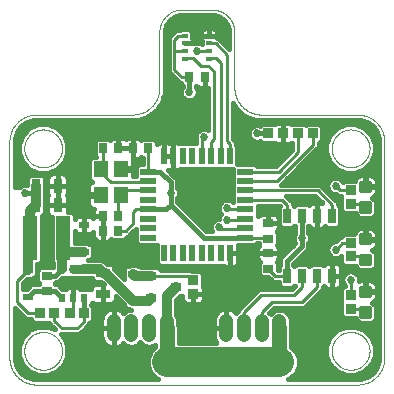
<source format=gtl>
G75*
%MOIN*%
%OFA0B0*%
%FSLAX25Y25*%
%IPPOS*%
%LPD*%
%AMOC8*
5,1,8,0,0,1.08239X$1,22.5*
%
%ADD10C,0.00000*%
%ADD11R,0.03543X0.02756*%
%ADD12R,0.04724X0.03150*%
%ADD13R,0.03150X0.04724*%
%ADD14R,0.03268X0.02480*%
%ADD15R,0.04724X0.14567*%
%ADD16R,0.03346X0.03543*%
%ADD17R,0.05709X0.01969*%
%ADD18R,0.01969X0.05709*%
%ADD19R,0.01969X0.01378*%
%ADD20R,0.02756X0.03543*%
%ADD21C,0.01181*%
%ADD22R,0.03543X0.03346*%
%ADD23C,0.04756*%
%ADD24R,0.02500X0.05000*%
%ADD25R,0.02480X0.03150*%
%ADD26R,0.03200X0.03500*%
%ADD27R,0.04724X0.05512*%
%ADD28R,0.03543X0.03150*%
%ADD29C,0.03200*%
%ADD30C,0.01000*%
%ADD31C,0.01600*%
%ADD32C,0.02700*%
%ADD33C,0.05000*%
%ADD34C,0.10000*%
%ADD35C,0.03000*%
D10*
X0009300Y0017556D02*
X0009300Y0089556D01*
X0009303Y0089773D01*
X0009311Y0089991D01*
X0009324Y0090208D01*
X0009342Y0090425D01*
X0009366Y0090641D01*
X0009394Y0090856D01*
X0009428Y0091071D01*
X0009468Y0091285D01*
X0009512Y0091498D01*
X0009562Y0091710D01*
X0009616Y0091920D01*
X0009676Y0092130D01*
X0009740Y0092337D01*
X0009810Y0092543D01*
X0009885Y0092747D01*
X0009964Y0092950D01*
X0010049Y0093150D01*
X0010138Y0093349D01*
X0010232Y0093545D01*
X0010331Y0093739D01*
X0010434Y0093930D01*
X0010542Y0094119D01*
X0010655Y0094305D01*
X0010772Y0094488D01*
X0010893Y0094669D01*
X0011019Y0094846D01*
X0011149Y0095020D01*
X0011283Y0095192D01*
X0011421Y0095360D01*
X0011563Y0095524D01*
X0011710Y0095685D01*
X0011860Y0095843D01*
X0012013Y0095996D01*
X0012171Y0096146D01*
X0012332Y0096293D01*
X0012496Y0096435D01*
X0012664Y0096573D01*
X0012836Y0096707D01*
X0013010Y0096837D01*
X0013187Y0096963D01*
X0013368Y0097084D01*
X0013551Y0097201D01*
X0013737Y0097314D01*
X0013926Y0097422D01*
X0014117Y0097525D01*
X0014311Y0097624D01*
X0014507Y0097718D01*
X0014706Y0097807D01*
X0014906Y0097892D01*
X0015109Y0097971D01*
X0015313Y0098046D01*
X0015519Y0098116D01*
X0015726Y0098180D01*
X0015936Y0098240D01*
X0016146Y0098294D01*
X0016358Y0098344D01*
X0016571Y0098388D01*
X0016785Y0098428D01*
X0017000Y0098462D01*
X0017215Y0098490D01*
X0017431Y0098514D01*
X0017648Y0098532D01*
X0017865Y0098545D01*
X0018083Y0098553D01*
X0018300Y0098556D01*
X0050300Y0098556D01*
X0050517Y0098559D01*
X0050735Y0098567D01*
X0050952Y0098580D01*
X0051169Y0098598D01*
X0051385Y0098622D01*
X0051600Y0098650D01*
X0051815Y0098684D01*
X0052029Y0098724D01*
X0052242Y0098768D01*
X0052454Y0098818D01*
X0052664Y0098872D01*
X0052874Y0098932D01*
X0053081Y0098996D01*
X0053287Y0099066D01*
X0053491Y0099141D01*
X0053694Y0099220D01*
X0053894Y0099305D01*
X0054093Y0099394D01*
X0054289Y0099488D01*
X0054483Y0099587D01*
X0054674Y0099690D01*
X0054863Y0099798D01*
X0055049Y0099911D01*
X0055232Y0100028D01*
X0055413Y0100149D01*
X0055590Y0100275D01*
X0055764Y0100405D01*
X0055936Y0100539D01*
X0056104Y0100677D01*
X0056268Y0100819D01*
X0056429Y0100966D01*
X0056587Y0101116D01*
X0056740Y0101269D01*
X0056890Y0101427D01*
X0057037Y0101588D01*
X0057179Y0101752D01*
X0057317Y0101920D01*
X0057451Y0102092D01*
X0057581Y0102266D01*
X0057707Y0102443D01*
X0057828Y0102624D01*
X0057945Y0102807D01*
X0058058Y0102993D01*
X0058166Y0103182D01*
X0058269Y0103373D01*
X0058368Y0103567D01*
X0058462Y0103763D01*
X0058551Y0103962D01*
X0058636Y0104162D01*
X0058715Y0104365D01*
X0058790Y0104569D01*
X0058860Y0104775D01*
X0058924Y0104982D01*
X0058984Y0105192D01*
X0059038Y0105402D01*
X0059088Y0105614D01*
X0059132Y0105827D01*
X0059172Y0106041D01*
X0059206Y0106256D01*
X0059234Y0106471D01*
X0059258Y0106687D01*
X0059276Y0106904D01*
X0059289Y0107121D01*
X0059297Y0107339D01*
X0059300Y0107556D01*
X0059300Y0126056D01*
X0059302Y0126237D01*
X0059309Y0126418D01*
X0059320Y0126599D01*
X0059335Y0126780D01*
X0059355Y0126960D01*
X0059379Y0127140D01*
X0059407Y0127319D01*
X0059440Y0127497D01*
X0059477Y0127674D01*
X0059518Y0127851D01*
X0059563Y0128026D01*
X0059613Y0128201D01*
X0059667Y0128374D01*
X0059725Y0128545D01*
X0059787Y0128716D01*
X0059854Y0128884D01*
X0059924Y0129051D01*
X0059998Y0129217D01*
X0060077Y0129380D01*
X0060159Y0129541D01*
X0060245Y0129701D01*
X0060335Y0129858D01*
X0060429Y0130013D01*
X0060526Y0130166D01*
X0060628Y0130316D01*
X0060732Y0130464D01*
X0060841Y0130610D01*
X0060952Y0130752D01*
X0061068Y0130892D01*
X0061186Y0131029D01*
X0061308Y0131164D01*
X0061433Y0131295D01*
X0061561Y0131423D01*
X0061692Y0131548D01*
X0061827Y0131670D01*
X0061964Y0131788D01*
X0062104Y0131904D01*
X0062246Y0132015D01*
X0062392Y0132124D01*
X0062540Y0132228D01*
X0062690Y0132330D01*
X0062843Y0132427D01*
X0062998Y0132521D01*
X0063155Y0132611D01*
X0063315Y0132697D01*
X0063476Y0132779D01*
X0063639Y0132858D01*
X0063805Y0132932D01*
X0063972Y0133002D01*
X0064140Y0133069D01*
X0064311Y0133131D01*
X0064482Y0133189D01*
X0064655Y0133243D01*
X0064830Y0133293D01*
X0065005Y0133338D01*
X0065182Y0133379D01*
X0065359Y0133416D01*
X0065537Y0133449D01*
X0065716Y0133477D01*
X0065896Y0133501D01*
X0066076Y0133521D01*
X0066257Y0133536D01*
X0066438Y0133547D01*
X0066619Y0133554D01*
X0066800Y0133556D01*
X0076800Y0133556D01*
X0076981Y0133554D01*
X0077162Y0133547D01*
X0077343Y0133536D01*
X0077524Y0133521D01*
X0077704Y0133501D01*
X0077884Y0133477D01*
X0078063Y0133449D01*
X0078241Y0133416D01*
X0078418Y0133379D01*
X0078595Y0133338D01*
X0078770Y0133293D01*
X0078945Y0133243D01*
X0079118Y0133189D01*
X0079289Y0133131D01*
X0079460Y0133069D01*
X0079628Y0133002D01*
X0079795Y0132932D01*
X0079961Y0132858D01*
X0080124Y0132779D01*
X0080285Y0132697D01*
X0080445Y0132611D01*
X0080602Y0132521D01*
X0080757Y0132427D01*
X0080910Y0132330D01*
X0081060Y0132228D01*
X0081208Y0132124D01*
X0081354Y0132015D01*
X0081496Y0131904D01*
X0081636Y0131788D01*
X0081773Y0131670D01*
X0081908Y0131548D01*
X0082039Y0131423D01*
X0082167Y0131295D01*
X0082292Y0131164D01*
X0082414Y0131029D01*
X0082532Y0130892D01*
X0082648Y0130752D01*
X0082759Y0130610D01*
X0082868Y0130464D01*
X0082972Y0130316D01*
X0083074Y0130166D01*
X0083171Y0130013D01*
X0083265Y0129858D01*
X0083355Y0129701D01*
X0083441Y0129541D01*
X0083523Y0129380D01*
X0083602Y0129217D01*
X0083676Y0129051D01*
X0083746Y0128884D01*
X0083813Y0128716D01*
X0083875Y0128545D01*
X0083933Y0128374D01*
X0083987Y0128201D01*
X0084037Y0128026D01*
X0084082Y0127851D01*
X0084123Y0127674D01*
X0084160Y0127497D01*
X0084193Y0127319D01*
X0084221Y0127140D01*
X0084245Y0126960D01*
X0084265Y0126780D01*
X0084280Y0126599D01*
X0084291Y0126418D01*
X0084298Y0126237D01*
X0084300Y0126056D01*
X0084300Y0107556D01*
X0084303Y0107339D01*
X0084311Y0107121D01*
X0084324Y0106904D01*
X0084342Y0106687D01*
X0084366Y0106471D01*
X0084394Y0106256D01*
X0084428Y0106041D01*
X0084468Y0105827D01*
X0084512Y0105614D01*
X0084562Y0105402D01*
X0084616Y0105192D01*
X0084676Y0104982D01*
X0084740Y0104775D01*
X0084810Y0104569D01*
X0084885Y0104365D01*
X0084964Y0104162D01*
X0085049Y0103962D01*
X0085138Y0103763D01*
X0085232Y0103567D01*
X0085331Y0103373D01*
X0085434Y0103182D01*
X0085542Y0102993D01*
X0085655Y0102807D01*
X0085772Y0102624D01*
X0085893Y0102443D01*
X0086019Y0102266D01*
X0086149Y0102092D01*
X0086283Y0101920D01*
X0086421Y0101752D01*
X0086563Y0101588D01*
X0086710Y0101427D01*
X0086860Y0101269D01*
X0087013Y0101116D01*
X0087171Y0100966D01*
X0087332Y0100819D01*
X0087496Y0100677D01*
X0087664Y0100539D01*
X0087836Y0100405D01*
X0088010Y0100275D01*
X0088187Y0100149D01*
X0088368Y0100028D01*
X0088551Y0099911D01*
X0088737Y0099798D01*
X0088926Y0099690D01*
X0089117Y0099587D01*
X0089311Y0099488D01*
X0089507Y0099394D01*
X0089706Y0099305D01*
X0089906Y0099220D01*
X0090109Y0099141D01*
X0090313Y0099066D01*
X0090519Y0098996D01*
X0090726Y0098932D01*
X0090936Y0098872D01*
X0091146Y0098818D01*
X0091358Y0098768D01*
X0091571Y0098724D01*
X0091785Y0098684D01*
X0092000Y0098650D01*
X0092215Y0098622D01*
X0092431Y0098598D01*
X0092648Y0098580D01*
X0092865Y0098567D01*
X0093083Y0098559D01*
X0093300Y0098556D01*
X0125300Y0098556D01*
X0125517Y0098553D01*
X0125735Y0098545D01*
X0125952Y0098532D01*
X0126169Y0098514D01*
X0126385Y0098490D01*
X0126600Y0098462D01*
X0126815Y0098428D01*
X0127029Y0098388D01*
X0127242Y0098344D01*
X0127454Y0098294D01*
X0127664Y0098240D01*
X0127874Y0098180D01*
X0128081Y0098116D01*
X0128287Y0098046D01*
X0128491Y0097971D01*
X0128694Y0097892D01*
X0128894Y0097807D01*
X0129093Y0097718D01*
X0129289Y0097624D01*
X0129483Y0097525D01*
X0129674Y0097422D01*
X0129863Y0097314D01*
X0130049Y0097201D01*
X0130232Y0097084D01*
X0130413Y0096963D01*
X0130590Y0096837D01*
X0130764Y0096707D01*
X0130936Y0096573D01*
X0131104Y0096435D01*
X0131268Y0096293D01*
X0131429Y0096146D01*
X0131587Y0095996D01*
X0131740Y0095843D01*
X0131890Y0095685D01*
X0132037Y0095524D01*
X0132179Y0095360D01*
X0132317Y0095192D01*
X0132451Y0095020D01*
X0132581Y0094846D01*
X0132707Y0094669D01*
X0132828Y0094488D01*
X0132945Y0094305D01*
X0133058Y0094119D01*
X0133166Y0093930D01*
X0133269Y0093739D01*
X0133368Y0093545D01*
X0133462Y0093349D01*
X0133551Y0093150D01*
X0133636Y0092950D01*
X0133715Y0092747D01*
X0133790Y0092543D01*
X0133860Y0092337D01*
X0133924Y0092130D01*
X0133984Y0091920D01*
X0134038Y0091710D01*
X0134088Y0091498D01*
X0134132Y0091285D01*
X0134172Y0091071D01*
X0134206Y0090856D01*
X0134234Y0090641D01*
X0134258Y0090425D01*
X0134276Y0090208D01*
X0134289Y0089991D01*
X0134297Y0089773D01*
X0134300Y0089556D01*
X0134300Y0017556D01*
X0134297Y0017339D01*
X0134289Y0017121D01*
X0134276Y0016904D01*
X0134258Y0016687D01*
X0134234Y0016471D01*
X0134206Y0016256D01*
X0134172Y0016041D01*
X0134132Y0015827D01*
X0134088Y0015614D01*
X0134038Y0015402D01*
X0133984Y0015192D01*
X0133924Y0014982D01*
X0133860Y0014775D01*
X0133790Y0014569D01*
X0133715Y0014365D01*
X0133636Y0014162D01*
X0133551Y0013962D01*
X0133462Y0013763D01*
X0133368Y0013567D01*
X0133269Y0013373D01*
X0133166Y0013182D01*
X0133058Y0012993D01*
X0132945Y0012807D01*
X0132828Y0012624D01*
X0132707Y0012443D01*
X0132581Y0012266D01*
X0132451Y0012092D01*
X0132317Y0011920D01*
X0132179Y0011752D01*
X0132037Y0011588D01*
X0131890Y0011427D01*
X0131740Y0011269D01*
X0131587Y0011116D01*
X0131429Y0010966D01*
X0131268Y0010819D01*
X0131104Y0010677D01*
X0130936Y0010539D01*
X0130764Y0010405D01*
X0130590Y0010275D01*
X0130413Y0010149D01*
X0130232Y0010028D01*
X0130049Y0009911D01*
X0129863Y0009798D01*
X0129674Y0009690D01*
X0129483Y0009587D01*
X0129289Y0009488D01*
X0129093Y0009394D01*
X0128894Y0009305D01*
X0128694Y0009220D01*
X0128491Y0009141D01*
X0128287Y0009066D01*
X0128081Y0008996D01*
X0127874Y0008932D01*
X0127664Y0008872D01*
X0127454Y0008818D01*
X0127242Y0008768D01*
X0127029Y0008724D01*
X0126815Y0008684D01*
X0126600Y0008650D01*
X0126385Y0008622D01*
X0126169Y0008598D01*
X0125952Y0008580D01*
X0125735Y0008567D01*
X0125517Y0008559D01*
X0125300Y0008556D01*
X0018300Y0008556D01*
X0018083Y0008559D01*
X0017865Y0008567D01*
X0017648Y0008580D01*
X0017431Y0008598D01*
X0017215Y0008622D01*
X0017000Y0008650D01*
X0016785Y0008684D01*
X0016571Y0008724D01*
X0016358Y0008768D01*
X0016146Y0008818D01*
X0015936Y0008872D01*
X0015726Y0008932D01*
X0015519Y0008996D01*
X0015313Y0009066D01*
X0015109Y0009141D01*
X0014906Y0009220D01*
X0014706Y0009305D01*
X0014507Y0009394D01*
X0014311Y0009488D01*
X0014117Y0009587D01*
X0013926Y0009690D01*
X0013737Y0009798D01*
X0013551Y0009911D01*
X0013368Y0010028D01*
X0013187Y0010149D01*
X0013010Y0010275D01*
X0012836Y0010405D01*
X0012664Y0010539D01*
X0012496Y0010677D01*
X0012332Y0010819D01*
X0012171Y0010966D01*
X0012013Y0011116D01*
X0011860Y0011269D01*
X0011710Y0011427D01*
X0011563Y0011588D01*
X0011421Y0011752D01*
X0011283Y0011920D01*
X0011149Y0012092D01*
X0011019Y0012266D01*
X0010893Y0012443D01*
X0010772Y0012624D01*
X0010655Y0012807D01*
X0010542Y0012993D01*
X0010434Y0013182D01*
X0010331Y0013373D01*
X0010232Y0013567D01*
X0010138Y0013763D01*
X0010049Y0013962D01*
X0009964Y0014162D01*
X0009885Y0014365D01*
X0009810Y0014569D01*
X0009740Y0014775D01*
X0009676Y0014982D01*
X0009616Y0015192D01*
X0009562Y0015402D01*
X0009512Y0015614D01*
X0009468Y0015827D01*
X0009428Y0016041D01*
X0009394Y0016256D01*
X0009366Y0016471D01*
X0009342Y0016687D01*
X0009324Y0016904D01*
X0009311Y0017121D01*
X0009303Y0017339D01*
X0009300Y0017556D01*
X0014251Y0019806D02*
X0014253Y0019964D01*
X0014259Y0020122D01*
X0014269Y0020280D01*
X0014283Y0020438D01*
X0014301Y0020595D01*
X0014322Y0020752D01*
X0014348Y0020908D01*
X0014378Y0021064D01*
X0014411Y0021219D01*
X0014449Y0021372D01*
X0014490Y0021525D01*
X0014535Y0021677D01*
X0014584Y0021828D01*
X0014637Y0021977D01*
X0014693Y0022125D01*
X0014753Y0022271D01*
X0014817Y0022416D01*
X0014885Y0022559D01*
X0014956Y0022701D01*
X0015030Y0022841D01*
X0015108Y0022978D01*
X0015190Y0023114D01*
X0015274Y0023248D01*
X0015363Y0023379D01*
X0015454Y0023508D01*
X0015549Y0023635D01*
X0015646Y0023760D01*
X0015747Y0023882D01*
X0015851Y0024001D01*
X0015958Y0024118D01*
X0016068Y0024232D01*
X0016181Y0024343D01*
X0016296Y0024452D01*
X0016414Y0024557D01*
X0016535Y0024659D01*
X0016658Y0024759D01*
X0016784Y0024855D01*
X0016912Y0024948D01*
X0017042Y0025038D01*
X0017175Y0025124D01*
X0017310Y0025208D01*
X0017446Y0025287D01*
X0017585Y0025364D01*
X0017726Y0025436D01*
X0017868Y0025506D01*
X0018012Y0025571D01*
X0018158Y0025633D01*
X0018305Y0025691D01*
X0018454Y0025746D01*
X0018604Y0025797D01*
X0018755Y0025844D01*
X0018907Y0025887D01*
X0019060Y0025926D01*
X0019215Y0025962D01*
X0019370Y0025993D01*
X0019526Y0026021D01*
X0019682Y0026045D01*
X0019839Y0026065D01*
X0019997Y0026081D01*
X0020154Y0026093D01*
X0020313Y0026101D01*
X0020471Y0026105D01*
X0020629Y0026105D01*
X0020787Y0026101D01*
X0020946Y0026093D01*
X0021103Y0026081D01*
X0021261Y0026065D01*
X0021418Y0026045D01*
X0021574Y0026021D01*
X0021730Y0025993D01*
X0021885Y0025962D01*
X0022040Y0025926D01*
X0022193Y0025887D01*
X0022345Y0025844D01*
X0022496Y0025797D01*
X0022646Y0025746D01*
X0022795Y0025691D01*
X0022942Y0025633D01*
X0023088Y0025571D01*
X0023232Y0025506D01*
X0023374Y0025436D01*
X0023515Y0025364D01*
X0023654Y0025287D01*
X0023790Y0025208D01*
X0023925Y0025124D01*
X0024058Y0025038D01*
X0024188Y0024948D01*
X0024316Y0024855D01*
X0024442Y0024759D01*
X0024565Y0024659D01*
X0024686Y0024557D01*
X0024804Y0024452D01*
X0024919Y0024343D01*
X0025032Y0024232D01*
X0025142Y0024118D01*
X0025249Y0024001D01*
X0025353Y0023882D01*
X0025454Y0023760D01*
X0025551Y0023635D01*
X0025646Y0023508D01*
X0025737Y0023379D01*
X0025826Y0023248D01*
X0025910Y0023114D01*
X0025992Y0022978D01*
X0026070Y0022841D01*
X0026144Y0022701D01*
X0026215Y0022559D01*
X0026283Y0022416D01*
X0026347Y0022271D01*
X0026407Y0022125D01*
X0026463Y0021977D01*
X0026516Y0021828D01*
X0026565Y0021677D01*
X0026610Y0021525D01*
X0026651Y0021372D01*
X0026689Y0021219D01*
X0026722Y0021064D01*
X0026752Y0020908D01*
X0026778Y0020752D01*
X0026799Y0020595D01*
X0026817Y0020438D01*
X0026831Y0020280D01*
X0026841Y0020122D01*
X0026847Y0019964D01*
X0026849Y0019806D01*
X0026847Y0019648D01*
X0026841Y0019490D01*
X0026831Y0019332D01*
X0026817Y0019174D01*
X0026799Y0019017D01*
X0026778Y0018860D01*
X0026752Y0018704D01*
X0026722Y0018548D01*
X0026689Y0018393D01*
X0026651Y0018240D01*
X0026610Y0018087D01*
X0026565Y0017935D01*
X0026516Y0017784D01*
X0026463Y0017635D01*
X0026407Y0017487D01*
X0026347Y0017341D01*
X0026283Y0017196D01*
X0026215Y0017053D01*
X0026144Y0016911D01*
X0026070Y0016771D01*
X0025992Y0016634D01*
X0025910Y0016498D01*
X0025826Y0016364D01*
X0025737Y0016233D01*
X0025646Y0016104D01*
X0025551Y0015977D01*
X0025454Y0015852D01*
X0025353Y0015730D01*
X0025249Y0015611D01*
X0025142Y0015494D01*
X0025032Y0015380D01*
X0024919Y0015269D01*
X0024804Y0015160D01*
X0024686Y0015055D01*
X0024565Y0014953D01*
X0024442Y0014853D01*
X0024316Y0014757D01*
X0024188Y0014664D01*
X0024058Y0014574D01*
X0023925Y0014488D01*
X0023790Y0014404D01*
X0023654Y0014325D01*
X0023515Y0014248D01*
X0023374Y0014176D01*
X0023232Y0014106D01*
X0023088Y0014041D01*
X0022942Y0013979D01*
X0022795Y0013921D01*
X0022646Y0013866D01*
X0022496Y0013815D01*
X0022345Y0013768D01*
X0022193Y0013725D01*
X0022040Y0013686D01*
X0021885Y0013650D01*
X0021730Y0013619D01*
X0021574Y0013591D01*
X0021418Y0013567D01*
X0021261Y0013547D01*
X0021103Y0013531D01*
X0020946Y0013519D01*
X0020787Y0013511D01*
X0020629Y0013507D01*
X0020471Y0013507D01*
X0020313Y0013511D01*
X0020154Y0013519D01*
X0019997Y0013531D01*
X0019839Y0013547D01*
X0019682Y0013567D01*
X0019526Y0013591D01*
X0019370Y0013619D01*
X0019215Y0013650D01*
X0019060Y0013686D01*
X0018907Y0013725D01*
X0018755Y0013768D01*
X0018604Y0013815D01*
X0018454Y0013866D01*
X0018305Y0013921D01*
X0018158Y0013979D01*
X0018012Y0014041D01*
X0017868Y0014106D01*
X0017726Y0014176D01*
X0017585Y0014248D01*
X0017446Y0014325D01*
X0017310Y0014404D01*
X0017175Y0014488D01*
X0017042Y0014574D01*
X0016912Y0014664D01*
X0016784Y0014757D01*
X0016658Y0014853D01*
X0016535Y0014953D01*
X0016414Y0015055D01*
X0016296Y0015160D01*
X0016181Y0015269D01*
X0016068Y0015380D01*
X0015958Y0015494D01*
X0015851Y0015611D01*
X0015747Y0015730D01*
X0015646Y0015852D01*
X0015549Y0015977D01*
X0015454Y0016104D01*
X0015363Y0016233D01*
X0015274Y0016364D01*
X0015190Y0016498D01*
X0015108Y0016634D01*
X0015030Y0016771D01*
X0014956Y0016911D01*
X0014885Y0017053D01*
X0014817Y0017196D01*
X0014753Y0017341D01*
X0014693Y0017487D01*
X0014637Y0017635D01*
X0014584Y0017784D01*
X0014535Y0017935D01*
X0014490Y0018087D01*
X0014449Y0018240D01*
X0014411Y0018393D01*
X0014378Y0018548D01*
X0014348Y0018704D01*
X0014322Y0018860D01*
X0014301Y0019017D01*
X0014283Y0019174D01*
X0014269Y0019332D01*
X0014259Y0019490D01*
X0014253Y0019648D01*
X0014251Y0019806D01*
X0014251Y0087306D02*
X0014253Y0087464D01*
X0014259Y0087622D01*
X0014269Y0087780D01*
X0014283Y0087938D01*
X0014301Y0088095D01*
X0014322Y0088252D01*
X0014348Y0088408D01*
X0014378Y0088564D01*
X0014411Y0088719D01*
X0014449Y0088872D01*
X0014490Y0089025D01*
X0014535Y0089177D01*
X0014584Y0089328D01*
X0014637Y0089477D01*
X0014693Y0089625D01*
X0014753Y0089771D01*
X0014817Y0089916D01*
X0014885Y0090059D01*
X0014956Y0090201D01*
X0015030Y0090341D01*
X0015108Y0090478D01*
X0015190Y0090614D01*
X0015274Y0090748D01*
X0015363Y0090879D01*
X0015454Y0091008D01*
X0015549Y0091135D01*
X0015646Y0091260D01*
X0015747Y0091382D01*
X0015851Y0091501D01*
X0015958Y0091618D01*
X0016068Y0091732D01*
X0016181Y0091843D01*
X0016296Y0091952D01*
X0016414Y0092057D01*
X0016535Y0092159D01*
X0016658Y0092259D01*
X0016784Y0092355D01*
X0016912Y0092448D01*
X0017042Y0092538D01*
X0017175Y0092624D01*
X0017310Y0092708D01*
X0017446Y0092787D01*
X0017585Y0092864D01*
X0017726Y0092936D01*
X0017868Y0093006D01*
X0018012Y0093071D01*
X0018158Y0093133D01*
X0018305Y0093191D01*
X0018454Y0093246D01*
X0018604Y0093297D01*
X0018755Y0093344D01*
X0018907Y0093387D01*
X0019060Y0093426D01*
X0019215Y0093462D01*
X0019370Y0093493D01*
X0019526Y0093521D01*
X0019682Y0093545D01*
X0019839Y0093565D01*
X0019997Y0093581D01*
X0020154Y0093593D01*
X0020313Y0093601D01*
X0020471Y0093605D01*
X0020629Y0093605D01*
X0020787Y0093601D01*
X0020946Y0093593D01*
X0021103Y0093581D01*
X0021261Y0093565D01*
X0021418Y0093545D01*
X0021574Y0093521D01*
X0021730Y0093493D01*
X0021885Y0093462D01*
X0022040Y0093426D01*
X0022193Y0093387D01*
X0022345Y0093344D01*
X0022496Y0093297D01*
X0022646Y0093246D01*
X0022795Y0093191D01*
X0022942Y0093133D01*
X0023088Y0093071D01*
X0023232Y0093006D01*
X0023374Y0092936D01*
X0023515Y0092864D01*
X0023654Y0092787D01*
X0023790Y0092708D01*
X0023925Y0092624D01*
X0024058Y0092538D01*
X0024188Y0092448D01*
X0024316Y0092355D01*
X0024442Y0092259D01*
X0024565Y0092159D01*
X0024686Y0092057D01*
X0024804Y0091952D01*
X0024919Y0091843D01*
X0025032Y0091732D01*
X0025142Y0091618D01*
X0025249Y0091501D01*
X0025353Y0091382D01*
X0025454Y0091260D01*
X0025551Y0091135D01*
X0025646Y0091008D01*
X0025737Y0090879D01*
X0025826Y0090748D01*
X0025910Y0090614D01*
X0025992Y0090478D01*
X0026070Y0090341D01*
X0026144Y0090201D01*
X0026215Y0090059D01*
X0026283Y0089916D01*
X0026347Y0089771D01*
X0026407Y0089625D01*
X0026463Y0089477D01*
X0026516Y0089328D01*
X0026565Y0089177D01*
X0026610Y0089025D01*
X0026651Y0088872D01*
X0026689Y0088719D01*
X0026722Y0088564D01*
X0026752Y0088408D01*
X0026778Y0088252D01*
X0026799Y0088095D01*
X0026817Y0087938D01*
X0026831Y0087780D01*
X0026841Y0087622D01*
X0026847Y0087464D01*
X0026849Y0087306D01*
X0026847Y0087148D01*
X0026841Y0086990D01*
X0026831Y0086832D01*
X0026817Y0086674D01*
X0026799Y0086517D01*
X0026778Y0086360D01*
X0026752Y0086204D01*
X0026722Y0086048D01*
X0026689Y0085893D01*
X0026651Y0085740D01*
X0026610Y0085587D01*
X0026565Y0085435D01*
X0026516Y0085284D01*
X0026463Y0085135D01*
X0026407Y0084987D01*
X0026347Y0084841D01*
X0026283Y0084696D01*
X0026215Y0084553D01*
X0026144Y0084411D01*
X0026070Y0084271D01*
X0025992Y0084134D01*
X0025910Y0083998D01*
X0025826Y0083864D01*
X0025737Y0083733D01*
X0025646Y0083604D01*
X0025551Y0083477D01*
X0025454Y0083352D01*
X0025353Y0083230D01*
X0025249Y0083111D01*
X0025142Y0082994D01*
X0025032Y0082880D01*
X0024919Y0082769D01*
X0024804Y0082660D01*
X0024686Y0082555D01*
X0024565Y0082453D01*
X0024442Y0082353D01*
X0024316Y0082257D01*
X0024188Y0082164D01*
X0024058Y0082074D01*
X0023925Y0081988D01*
X0023790Y0081904D01*
X0023654Y0081825D01*
X0023515Y0081748D01*
X0023374Y0081676D01*
X0023232Y0081606D01*
X0023088Y0081541D01*
X0022942Y0081479D01*
X0022795Y0081421D01*
X0022646Y0081366D01*
X0022496Y0081315D01*
X0022345Y0081268D01*
X0022193Y0081225D01*
X0022040Y0081186D01*
X0021885Y0081150D01*
X0021730Y0081119D01*
X0021574Y0081091D01*
X0021418Y0081067D01*
X0021261Y0081047D01*
X0021103Y0081031D01*
X0020946Y0081019D01*
X0020787Y0081011D01*
X0020629Y0081007D01*
X0020471Y0081007D01*
X0020313Y0081011D01*
X0020154Y0081019D01*
X0019997Y0081031D01*
X0019839Y0081047D01*
X0019682Y0081067D01*
X0019526Y0081091D01*
X0019370Y0081119D01*
X0019215Y0081150D01*
X0019060Y0081186D01*
X0018907Y0081225D01*
X0018755Y0081268D01*
X0018604Y0081315D01*
X0018454Y0081366D01*
X0018305Y0081421D01*
X0018158Y0081479D01*
X0018012Y0081541D01*
X0017868Y0081606D01*
X0017726Y0081676D01*
X0017585Y0081748D01*
X0017446Y0081825D01*
X0017310Y0081904D01*
X0017175Y0081988D01*
X0017042Y0082074D01*
X0016912Y0082164D01*
X0016784Y0082257D01*
X0016658Y0082353D01*
X0016535Y0082453D01*
X0016414Y0082555D01*
X0016296Y0082660D01*
X0016181Y0082769D01*
X0016068Y0082880D01*
X0015958Y0082994D01*
X0015851Y0083111D01*
X0015747Y0083230D01*
X0015646Y0083352D01*
X0015549Y0083477D01*
X0015454Y0083604D01*
X0015363Y0083733D01*
X0015274Y0083864D01*
X0015190Y0083998D01*
X0015108Y0084134D01*
X0015030Y0084271D01*
X0014956Y0084411D01*
X0014885Y0084553D01*
X0014817Y0084696D01*
X0014753Y0084841D01*
X0014693Y0084987D01*
X0014637Y0085135D01*
X0014584Y0085284D01*
X0014535Y0085435D01*
X0014490Y0085587D01*
X0014449Y0085740D01*
X0014411Y0085893D01*
X0014378Y0086048D01*
X0014348Y0086204D01*
X0014322Y0086360D01*
X0014301Y0086517D01*
X0014283Y0086674D01*
X0014269Y0086832D01*
X0014259Y0086990D01*
X0014253Y0087148D01*
X0014251Y0087306D01*
X0116751Y0087306D02*
X0116753Y0087464D01*
X0116759Y0087622D01*
X0116769Y0087780D01*
X0116783Y0087938D01*
X0116801Y0088095D01*
X0116822Y0088252D01*
X0116848Y0088408D01*
X0116878Y0088564D01*
X0116911Y0088719D01*
X0116949Y0088872D01*
X0116990Y0089025D01*
X0117035Y0089177D01*
X0117084Y0089328D01*
X0117137Y0089477D01*
X0117193Y0089625D01*
X0117253Y0089771D01*
X0117317Y0089916D01*
X0117385Y0090059D01*
X0117456Y0090201D01*
X0117530Y0090341D01*
X0117608Y0090478D01*
X0117690Y0090614D01*
X0117774Y0090748D01*
X0117863Y0090879D01*
X0117954Y0091008D01*
X0118049Y0091135D01*
X0118146Y0091260D01*
X0118247Y0091382D01*
X0118351Y0091501D01*
X0118458Y0091618D01*
X0118568Y0091732D01*
X0118681Y0091843D01*
X0118796Y0091952D01*
X0118914Y0092057D01*
X0119035Y0092159D01*
X0119158Y0092259D01*
X0119284Y0092355D01*
X0119412Y0092448D01*
X0119542Y0092538D01*
X0119675Y0092624D01*
X0119810Y0092708D01*
X0119946Y0092787D01*
X0120085Y0092864D01*
X0120226Y0092936D01*
X0120368Y0093006D01*
X0120512Y0093071D01*
X0120658Y0093133D01*
X0120805Y0093191D01*
X0120954Y0093246D01*
X0121104Y0093297D01*
X0121255Y0093344D01*
X0121407Y0093387D01*
X0121560Y0093426D01*
X0121715Y0093462D01*
X0121870Y0093493D01*
X0122026Y0093521D01*
X0122182Y0093545D01*
X0122339Y0093565D01*
X0122497Y0093581D01*
X0122654Y0093593D01*
X0122813Y0093601D01*
X0122971Y0093605D01*
X0123129Y0093605D01*
X0123287Y0093601D01*
X0123446Y0093593D01*
X0123603Y0093581D01*
X0123761Y0093565D01*
X0123918Y0093545D01*
X0124074Y0093521D01*
X0124230Y0093493D01*
X0124385Y0093462D01*
X0124540Y0093426D01*
X0124693Y0093387D01*
X0124845Y0093344D01*
X0124996Y0093297D01*
X0125146Y0093246D01*
X0125295Y0093191D01*
X0125442Y0093133D01*
X0125588Y0093071D01*
X0125732Y0093006D01*
X0125874Y0092936D01*
X0126015Y0092864D01*
X0126154Y0092787D01*
X0126290Y0092708D01*
X0126425Y0092624D01*
X0126558Y0092538D01*
X0126688Y0092448D01*
X0126816Y0092355D01*
X0126942Y0092259D01*
X0127065Y0092159D01*
X0127186Y0092057D01*
X0127304Y0091952D01*
X0127419Y0091843D01*
X0127532Y0091732D01*
X0127642Y0091618D01*
X0127749Y0091501D01*
X0127853Y0091382D01*
X0127954Y0091260D01*
X0128051Y0091135D01*
X0128146Y0091008D01*
X0128237Y0090879D01*
X0128326Y0090748D01*
X0128410Y0090614D01*
X0128492Y0090478D01*
X0128570Y0090341D01*
X0128644Y0090201D01*
X0128715Y0090059D01*
X0128783Y0089916D01*
X0128847Y0089771D01*
X0128907Y0089625D01*
X0128963Y0089477D01*
X0129016Y0089328D01*
X0129065Y0089177D01*
X0129110Y0089025D01*
X0129151Y0088872D01*
X0129189Y0088719D01*
X0129222Y0088564D01*
X0129252Y0088408D01*
X0129278Y0088252D01*
X0129299Y0088095D01*
X0129317Y0087938D01*
X0129331Y0087780D01*
X0129341Y0087622D01*
X0129347Y0087464D01*
X0129349Y0087306D01*
X0129347Y0087148D01*
X0129341Y0086990D01*
X0129331Y0086832D01*
X0129317Y0086674D01*
X0129299Y0086517D01*
X0129278Y0086360D01*
X0129252Y0086204D01*
X0129222Y0086048D01*
X0129189Y0085893D01*
X0129151Y0085740D01*
X0129110Y0085587D01*
X0129065Y0085435D01*
X0129016Y0085284D01*
X0128963Y0085135D01*
X0128907Y0084987D01*
X0128847Y0084841D01*
X0128783Y0084696D01*
X0128715Y0084553D01*
X0128644Y0084411D01*
X0128570Y0084271D01*
X0128492Y0084134D01*
X0128410Y0083998D01*
X0128326Y0083864D01*
X0128237Y0083733D01*
X0128146Y0083604D01*
X0128051Y0083477D01*
X0127954Y0083352D01*
X0127853Y0083230D01*
X0127749Y0083111D01*
X0127642Y0082994D01*
X0127532Y0082880D01*
X0127419Y0082769D01*
X0127304Y0082660D01*
X0127186Y0082555D01*
X0127065Y0082453D01*
X0126942Y0082353D01*
X0126816Y0082257D01*
X0126688Y0082164D01*
X0126558Y0082074D01*
X0126425Y0081988D01*
X0126290Y0081904D01*
X0126154Y0081825D01*
X0126015Y0081748D01*
X0125874Y0081676D01*
X0125732Y0081606D01*
X0125588Y0081541D01*
X0125442Y0081479D01*
X0125295Y0081421D01*
X0125146Y0081366D01*
X0124996Y0081315D01*
X0124845Y0081268D01*
X0124693Y0081225D01*
X0124540Y0081186D01*
X0124385Y0081150D01*
X0124230Y0081119D01*
X0124074Y0081091D01*
X0123918Y0081067D01*
X0123761Y0081047D01*
X0123603Y0081031D01*
X0123446Y0081019D01*
X0123287Y0081011D01*
X0123129Y0081007D01*
X0122971Y0081007D01*
X0122813Y0081011D01*
X0122654Y0081019D01*
X0122497Y0081031D01*
X0122339Y0081047D01*
X0122182Y0081067D01*
X0122026Y0081091D01*
X0121870Y0081119D01*
X0121715Y0081150D01*
X0121560Y0081186D01*
X0121407Y0081225D01*
X0121255Y0081268D01*
X0121104Y0081315D01*
X0120954Y0081366D01*
X0120805Y0081421D01*
X0120658Y0081479D01*
X0120512Y0081541D01*
X0120368Y0081606D01*
X0120226Y0081676D01*
X0120085Y0081748D01*
X0119946Y0081825D01*
X0119810Y0081904D01*
X0119675Y0081988D01*
X0119542Y0082074D01*
X0119412Y0082164D01*
X0119284Y0082257D01*
X0119158Y0082353D01*
X0119035Y0082453D01*
X0118914Y0082555D01*
X0118796Y0082660D01*
X0118681Y0082769D01*
X0118568Y0082880D01*
X0118458Y0082994D01*
X0118351Y0083111D01*
X0118247Y0083230D01*
X0118146Y0083352D01*
X0118049Y0083477D01*
X0117954Y0083604D01*
X0117863Y0083733D01*
X0117774Y0083864D01*
X0117690Y0083998D01*
X0117608Y0084134D01*
X0117530Y0084271D01*
X0117456Y0084411D01*
X0117385Y0084553D01*
X0117317Y0084696D01*
X0117253Y0084841D01*
X0117193Y0084987D01*
X0117137Y0085135D01*
X0117084Y0085284D01*
X0117035Y0085435D01*
X0116990Y0085587D01*
X0116949Y0085740D01*
X0116911Y0085893D01*
X0116878Y0086048D01*
X0116848Y0086204D01*
X0116822Y0086360D01*
X0116801Y0086517D01*
X0116783Y0086674D01*
X0116769Y0086832D01*
X0116759Y0086990D01*
X0116753Y0087148D01*
X0116751Y0087306D01*
X0116751Y0019806D02*
X0116753Y0019964D01*
X0116759Y0020122D01*
X0116769Y0020280D01*
X0116783Y0020438D01*
X0116801Y0020595D01*
X0116822Y0020752D01*
X0116848Y0020908D01*
X0116878Y0021064D01*
X0116911Y0021219D01*
X0116949Y0021372D01*
X0116990Y0021525D01*
X0117035Y0021677D01*
X0117084Y0021828D01*
X0117137Y0021977D01*
X0117193Y0022125D01*
X0117253Y0022271D01*
X0117317Y0022416D01*
X0117385Y0022559D01*
X0117456Y0022701D01*
X0117530Y0022841D01*
X0117608Y0022978D01*
X0117690Y0023114D01*
X0117774Y0023248D01*
X0117863Y0023379D01*
X0117954Y0023508D01*
X0118049Y0023635D01*
X0118146Y0023760D01*
X0118247Y0023882D01*
X0118351Y0024001D01*
X0118458Y0024118D01*
X0118568Y0024232D01*
X0118681Y0024343D01*
X0118796Y0024452D01*
X0118914Y0024557D01*
X0119035Y0024659D01*
X0119158Y0024759D01*
X0119284Y0024855D01*
X0119412Y0024948D01*
X0119542Y0025038D01*
X0119675Y0025124D01*
X0119810Y0025208D01*
X0119946Y0025287D01*
X0120085Y0025364D01*
X0120226Y0025436D01*
X0120368Y0025506D01*
X0120512Y0025571D01*
X0120658Y0025633D01*
X0120805Y0025691D01*
X0120954Y0025746D01*
X0121104Y0025797D01*
X0121255Y0025844D01*
X0121407Y0025887D01*
X0121560Y0025926D01*
X0121715Y0025962D01*
X0121870Y0025993D01*
X0122026Y0026021D01*
X0122182Y0026045D01*
X0122339Y0026065D01*
X0122497Y0026081D01*
X0122654Y0026093D01*
X0122813Y0026101D01*
X0122971Y0026105D01*
X0123129Y0026105D01*
X0123287Y0026101D01*
X0123446Y0026093D01*
X0123603Y0026081D01*
X0123761Y0026065D01*
X0123918Y0026045D01*
X0124074Y0026021D01*
X0124230Y0025993D01*
X0124385Y0025962D01*
X0124540Y0025926D01*
X0124693Y0025887D01*
X0124845Y0025844D01*
X0124996Y0025797D01*
X0125146Y0025746D01*
X0125295Y0025691D01*
X0125442Y0025633D01*
X0125588Y0025571D01*
X0125732Y0025506D01*
X0125874Y0025436D01*
X0126015Y0025364D01*
X0126154Y0025287D01*
X0126290Y0025208D01*
X0126425Y0025124D01*
X0126558Y0025038D01*
X0126688Y0024948D01*
X0126816Y0024855D01*
X0126942Y0024759D01*
X0127065Y0024659D01*
X0127186Y0024557D01*
X0127304Y0024452D01*
X0127419Y0024343D01*
X0127532Y0024232D01*
X0127642Y0024118D01*
X0127749Y0024001D01*
X0127853Y0023882D01*
X0127954Y0023760D01*
X0128051Y0023635D01*
X0128146Y0023508D01*
X0128237Y0023379D01*
X0128326Y0023248D01*
X0128410Y0023114D01*
X0128492Y0022978D01*
X0128570Y0022841D01*
X0128644Y0022701D01*
X0128715Y0022559D01*
X0128783Y0022416D01*
X0128847Y0022271D01*
X0128907Y0022125D01*
X0128963Y0021977D01*
X0129016Y0021828D01*
X0129065Y0021677D01*
X0129110Y0021525D01*
X0129151Y0021372D01*
X0129189Y0021219D01*
X0129222Y0021064D01*
X0129252Y0020908D01*
X0129278Y0020752D01*
X0129299Y0020595D01*
X0129317Y0020438D01*
X0129331Y0020280D01*
X0129341Y0020122D01*
X0129347Y0019964D01*
X0129349Y0019806D01*
X0129347Y0019648D01*
X0129341Y0019490D01*
X0129331Y0019332D01*
X0129317Y0019174D01*
X0129299Y0019017D01*
X0129278Y0018860D01*
X0129252Y0018704D01*
X0129222Y0018548D01*
X0129189Y0018393D01*
X0129151Y0018240D01*
X0129110Y0018087D01*
X0129065Y0017935D01*
X0129016Y0017784D01*
X0128963Y0017635D01*
X0128907Y0017487D01*
X0128847Y0017341D01*
X0128783Y0017196D01*
X0128715Y0017053D01*
X0128644Y0016911D01*
X0128570Y0016771D01*
X0128492Y0016634D01*
X0128410Y0016498D01*
X0128326Y0016364D01*
X0128237Y0016233D01*
X0128146Y0016104D01*
X0128051Y0015977D01*
X0127954Y0015852D01*
X0127853Y0015730D01*
X0127749Y0015611D01*
X0127642Y0015494D01*
X0127532Y0015380D01*
X0127419Y0015269D01*
X0127304Y0015160D01*
X0127186Y0015055D01*
X0127065Y0014953D01*
X0126942Y0014853D01*
X0126816Y0014757D01*
X0126688Y0014664D01*
X0126558Y0014574D01*
X0126425Y0014488D01*
X0126290Y0014404D01*
X0126154Y0014325D01*
X0126015Y0014248D01*
X0125874Y0014176D01*
X0125732Y0014106D01*
X0125588Y0014041D01*
X0125442Y0013979D01*
X0125295Y0013921D01*
X0125146Y0013866D01*
X0124996Y0013815D01*
X0124845Y0013768D01*
X0124693Y0013725D01*
X0124540Y0013686D01*
X0124385Y0013650D01*
X0124230Y0013619D01*
X0124074Y0013591D01*
X0123918Y0013567D01*
X0123761Y0013547D01*
X0123603Y0013531D01*
X0123446Y0013519D01*
X0123287Y0013511D01*
X0123129Y0013507D01*
X0122971Y0013507D01*
X0122813Y0013511D01*
X0122654Y0013519D01*
X0122497Y0013531D01*
X0122339Y0013547D01*
X0122182Y0013567D01*
X0122026Y0013591D01*
X0121870Y0013619D01*
X0121715Y0013650D01*
X0121560Y0013686D01*
X0121407Y0013725D01*
X0121255Y0013768D01*
X0121104Y0013815D01*
X0120954Y0013866D01*
X0120805Y0013921D01*
X0120658Y0013979D01*
X0120512Y0014041D01*
X0120368Y0014106D01*
X0120226Y0014176D01*
X0120085Y0014248D01*
X0119946Y0014325D01*
X0119810Y0014404D01*
X0119675Y0014488D01*
X0119542Y0014574D01*
X0119412Y0014664D01*
X0119284Y0014757D01*
X0119158Y0014853D01*
X0119035Y0014953D01*
X0118914Y0015055D01*
X0118796Y0015160D01*
X0118681Y0015269D01*
X0118568Y0015380D01*
X0118458Y0015494D01*
X0118351Y0015611D01*
X0118247Y0015730D01*
X0118146Y0015852D01*
X0118049Y0015977D01*
X0117954Y0016104D01*
X0117863Y0016233D01*
X0117774Y0016364D01*
X0117690Y0016498D01*
X0117608Y0016634D01*
X0117530Y0016771D01*
X0117456Y0016911D01*
X0117385Y0017053D01*
X0117317Y0017196D01*
X0117253Y0017341D01*
X0117193Y0017487D01*
X0117137Y0017635D01*
X0117084Y0017784D01*
X0117035Y0017935D01*
X0116990Y0018087D01*
X0116949Y0018240D01*
X0116911Y0018393D01*
X0116878Y0018548D01*
X0116848Y0018704D01*
X0116822Y0018860D01*
X0116801Y0019017D01*
X0116783Y0019174D01*
X0116769Y0019332D01*
X0116759Y0019490D01*
X0116753Y0019648D01*
X0116751Y0019806D01*
D11*
X0095550Y0047247D03*
X0095550Y0052365D03*
X0095550Y0057247D03*
X0095550Y0062365D03*
X0021800Y0044865D03*
X0021800Y0039747D03*
D12*
X0040550Y0038763D03*
X0040550Y0045849D03*
D13*
X0025343Y0068556D03*
X0025343Y0074806D03*
X0018257Y0074806D03*
X0018257Y0068556D03*
D14*
X0034300Y0061834D03*
X0034300Y0052778D03*
X0050550Y0045584D03*
X0050550Y0036528D03*
X0015550Y0037778D03*
X0015550Y0046834D03*
D15*
X0016288Y0057306D03*
X0027312Y0057306D03*
D16*
X0029517Y0032306D03*
X0034083Y0032306D03*
X0024083Y0032306D03*
X0019517Y0032306D03*
D17*
X0055658Y0057532D03*
X0055658Y0060682D03*
X0055658Y0063832D03*
X0055658Y0066981D03*
X0055658Y0070131D03*
X0055658Y0073280D03*
X0055658Y0076430D03*
X0055658Y0079580D03*
X0087942Y0079580D03*
X0087942Y0076430D03*
X0087942Y0073280D03*
X0087942Y0070131D03*
X0087942Y0066981D03*
X0087942Y0063832D03*
X0087942Y0060682D03*
X0087942Y0057532D03*
D18*
X0082824Y0052414D03*
X0079674Y0052414D03*
X0076524Y0052414D03*
X0073375Y0052414D03*
X0070225Y0052414D03*
X0067076Y0052414D03*
X0063926Y0052414D03*
X0060776Y0052414D03*
X0060776Y0084698D03*
X0063926Y0084698D03*
X0067076Y0084698D03*
X0070225Y0084698D03*
X0073375Y0084698D03*
X0076524Y0084698D03*
X0079674Y0084698D03*
X0082824Y0084698D03*
D19*
X0075835Y0117217D03*
X0075835Y0119777D03*
X0075835Y0122336D03*
X0075835Y0124895D03*
X0067765Y0124895D03*
X0067765Y0122336D03*
X0067765Y0119777D03*
X0067765Y0117217D03*
D20*
X0069241Y0111056D03*
X0074359Y0111056D03*
X0055609Y0087306D03*
X0050491Y0087306D03*
X0045609Y0087306D03*
X0040491Y0087306D03*
X0040491Y0064806D03*
X0040491Y0059806D03*
X0045609Y0059806D03*
X0045609Y0064806D03*
D21*
X0126672Y0066225D02*
X0129428Y0066225D01*
X0126672Y0066225D02*
X0126672Y0068981D01*
X0129428Y0068981D01*
X0129428Y0066225D01*
X0129428Y0067405D02*
X0126672Y0067405D01*
X0126672Y0068585D02*
X0129428Y0068585D01*
X0129428Y0073131D02*
X0126672Y0073131D01*
X0126672Y0075887D01*
X0129428Y0075887D01*
X0129428Y0073131D01*
X0129428Y0074311D02*
X0126672Y0074311D01*
X0126672Y0075491D02*
X0129428Y0075491D01*
X0129428Y0055631D02*
X0126672Y0055631D01*
X0126672Y0058387D01*
X0129428Y0058387D01*
X0129428Y0055631D01*
X0129428Y0056811D02*
X0126672Y0056811D01*
X0126672Y0057991D02*
X0129428Y0057991D01*
X0129428Y0048725D02*
X0126672Y0048725D01*
X0126672Y0051481D01*
X0129428Y0051481D01*
X0129428Y0048725D01*
X0129428Y0049905D02*
X0126672Y0049905D01*
X0126672Y0051085D02*
X0129428Y0051085D01*
X0129428Y0038131D02*
X0126672Y0038131D01*
X0126672Y0040887D01*
X0129428Y0040887D01*
X0129428Y0038131D01*
X0129428Y0039311D02*
X0126672Y0039311D01*
X0126672Y0040491D02*
X0129428Y0040491D01*
X0129428Y0031225D02*
X0126672Y0031225D01*
X0126672Y0033981D01*
X0129428Y0033981D01*
X0129428Y0031225D01*
X0129428Y0032405D02*
X0126672Y0032405D01*
X0126672Y0033585D02*
X0129428Y0033585D01*
D22*
X0123050Y0033773D03*
X0123050Y0038339D03*
X0123050Y0051273D03*
X0123050Y0055839D03*
X0123050Y0068773D03*
X0123050Y0073339D03*
X0070550Y0043339D03*
X0070550Y0038773D03*
D23*
X0061800Y0029763D02*
X0061800Y0025007D01*
X0055894Y0025007D02*
X0055894Y0029763D01*
X0049989Y0029763D02*
X0049989Y0025007D01*
X0044083Y0025007D02*
X0044083Y0029763D01*
X0081583Y0029763D02*
X0081583Y0025007D01*
X0087489Y0025007D02*
X0087489Y0029763D01*
X0093394Y0029763D02*
X0093394Y0025007D01*
X0099300Y0025007D02*
X0099300Y0029763D01*
D24*
X0101800Y0044806D03*
X0106800Y0044806D03*
X0111800Y0044806D03*
X0116800Y0044806D03*
X0116800Y0064806D03*
X0111800Y0064806D03*
X0106800Y0064806D03*
X0101800Y0064806D03*
D25*
X0034290Y0047030D03*
X0030550Y0047030D03*
X0026810Y0047030D03*
X0026810Y0037582D03*
X0030550Y0037582D03*
X0034290Y0037582D03*
D26*
X0095550Y0092306D03*
X0100550Y0092306D03*
X0105550Y0092306D03*
X0110550Y0092306D03*
D27*
X0046396Y0080387D03*
X0039704Y0080387D03*
X0039704Y0071725D03*
X0046396Y0071725D03*
D28*
X0056613Y0044796D03*
X0056613Y0037316D03*
X0064881Y0041056D03*
D29*
X0061800Y0037975D01*
X0061800Y0027385D01*
X0055826Y0036528D02*
X0056613Y0037316D01*
X0055826Y0036528D02*
X0050550Y0036528D01*
X0041229Y0045849D01*
X0040550Y0045849D01*
X0039369Y0047030D01*
X0034290Y0047030D01*
X0034300Y0052778D02*
X0027587Y0052778D01*
X0026810Y0053556D01*
X0026810Y0056804D01*
X0027312Y0057306D01*
X0026810Y0053556D02*
X0026810Y0047030D01*
X0015550Y0046834D02*
X0015550Y0056568D01*
X0016288Y0057306D01*
X0016288Y0066588D01*
X0018257Y0068556D01*
X0018257Y0074806D01*
X0050550Y0045584D02*
X0051337Y0044796D01*
X0056613Y0044796D01*
D30*
X0069093Y0044796D01*
X0070550Y0043339D01*
X0079925Y0060431D02*
X0079300Y0061056D01*
X0079925Y0060431D02*
X0087691Y0060431D01*
X0087942Y0060682D01*
X0087666Y0063556D02*
X0087942Y0063832D01*
X0087666Y0063556D02*
X0081800Y0063556D01*
X0082125Y0066981D02*
X0081800Y0067306D01*
X0082125Y0066981D02*
X0087942Y0066981D01*
X0087942Y0070131D02*
X0100225Y0070131D01*
X0101800Y0068556D01*
X0101800Y0064806D01*
X0095265Y0057532D02*
X0095550Y0057247D01*
X0095265Y0057532D02*
X0087942Y0057532D01*
X0095550Y0047247D02*
X0097991Y0044806D01*
X0101800Y0044806D01*
X0106800Y0044806D02*
X0106800Y0041056D01*
X0104300Y0038556D01*
X0093178Y0038556D01*
X0087489Y0032867D01*
X0087489Y0027385D01*
X0093394Y0027385D02*
X0093394Y0032651D01*
X0096800Y0036056D01*
X0106800Y0036056D01*
X0111800Y0041056D01*
X0111800Y0044806D01*
X0118050Y0053556D02*
X0120333Y0055839D01*
X0123050Y0055839D01*
X0123050Y0051273D02*
X0126881Y0051273D01*
X0128050Y0050103D01*
X0123050Y0043556D02*
X0123050Y0038339D01*
X0123050Y0033773D02*
X0126881Y0033773D01*
X0128050Y0032603D01*
X0116800Y0064806D02*
X0116800Y0068556D01*
X0112076Y0073280D01*
X0087942Y0073280D01*
X0087942Y0076430D02*
X0098424Y0076430D01*
X0110550Y0088556D01*
X0110550Y0092306D01*
X0105550Y0092306D02*
X0105550Y0086056D01*
X0099074Y0079580D01*
X0087942Y0079580D01*
X0082824Y0084698D02*
X0082824Y0088782D01*
X0081800Y0089806D01*
X0081800Y0118556D01*
X0078050Y0122306D01*
X0075865Y0122306D01*
X0075835Y0122336D01*
X0075806Y0119806D02*
X0075835Y0119777D01*
X0075806Y0119806D02*
X0071800Y0119806D01*
X0070550Y0117306D02*
X0067853Y0117306D01*
X0067765Y0117217D01*
X0067765Y0119777D02*
X0064330Y0119777D01*
X0064300Y0119806D01*
X0064300Y0123556D01*
X0065550Y0124806D01*
X0067676Y0124806D01*
X0067765Y0124895D01*
X0064300Y0119806D02*
X0064300Y0113556D01*
X0066800Y0111056D01*
X0069241Y0111056D01*
X0073050Y0114806D02*
X0070550Y0117306D01*
X0073050Y0114806D02*
X0075550Y0114806D01*
X0077425Y0112931D01*
X0077425Y0090431D01*
X0076524Y0089530D01*
X0076524Y0084698D01*
X0073375Y0084698D02*
X0073375Y0090131D01*
X0074300Y0091056D01*
X0079674Y0084698D02*
X0079674Y0115682D01*
X0078050Y0117306D01*
X0075924Y0117306D01*
X0075835Y0117217D01*
X0055609Y0087306D02*
X0055609Y0079629D01*
X0055658Y0079580D01*
X0055658Y0076430D02*
X0055284Y0076056D01*
X0043050Y0076056D01*
X0039900Y0079206D01*
X0039900Y0080190D01*
X0039704Y0080387D01*
X0039900Y0080387D01*
X0040491Y0080977D01*
X0040491Y0087306D01*
X0047755Y0073280D02*
X0047755Y0073084D01*
X0046396Y0071725D01*
X0045806Y0071135D01*
X0045609Y0071135D01*
X0045609Y0064806D01*
X0050550Y0066056D02*
X0050550Y0062306D01*
X0048050Y0059806D01*
X0045609Y0059806D01*
X0050550Y0066056D02*
X0051475Y0066981D01*
X0055658Y0066981D01*
X0055658Y0073280D02*
X0047755Y0073280D01*
X0015550Y0046834D02*
X0011800Y0043084D01*
X0011800Y0036056D01*
X0015550Y0032306D01*
X0019517Y0032306D01*
X0024083Y0032306D02*
X0024300Y0032089D01*
X0024300Y0029806D01*
X0026800Y0027306D01*
X0031800Y0027306D01*
X0034083Y0029589D01*
X0034083Y0032306D01*
X0030550Y0033339D02*
X0029517Y0032306D01*
X0030550Y0033339D02*
X0030550Y0037582D01*
X0118050Y0074806D02*
X0119517Y0073339D01*
X0123050Y0073339D01*
X0123050Y0068773D02*
X0126881Y0068773D01*
X0128050Y0067603D01*
D31*
X0013209Y0012465D02*
X0011885Y0014287D01*
X0011189Y0016430D01*
X0011100Y0017556D01*
X0011100Y0034069D01*
X0014763Y0030406D01*
X0016443Y0030406D01*
X0016443Y0029954D01*
X0017263Y0029134D01*
X0021770Y0029134D01*
X0021800Y0029165D01*
X0021830Y0029134D01*
X0022400Y0029134D01*
X0022400Y0029019D01*
X0023513Y0027906D01*
X0024470Y0026949D01*
X0022161Y0027905D01*
X0018939Y0027905D01*
X0015962Y0026672D01*
X0013684Y0024394D01*
X0012451Y0021417D01*
X0012451Y0018195D01*
X0013684Y0015218D01*
X0015962Y0012940D01*
X0018939Y0011707D01*
X0022161Y0011707D01*
X0025138Y0012940D01*
X0027416Y0015218D01*
X0028649Y0018195D01*
X0028649Y0021417D01*
X0027416Y0024394D01*
X0026404Y0025406D01*
X0032587Y0025406D01*
X0033700Y0026519D01*
X0035983Y0028802D01*
X0035983Y0029134D01*
X0036337Y0029134D01*
X0037157Y0029954D01*
X0037157Y0034658D01*
X0036659Y0035155D01*
X0036930Y0035427D01*
X0036930Y0035900D01*
X0037083Y0035748D01*
X0037493Y0035511D01*
X0037951Y0035388D01*
X0040550Y0035388D01*
X0043149Y0035388D01*
X0043607Y0035511D01*
X0044017Y0035748D01*
X0044353Y0036083D01*
X0044590Y0036493D01*
X0044712Y0036951D01*
X0044712Y0038124D01*
X0047516Y0035320D01*
X0047516Y0034708D01*
X0048336Y0033888D01*
X0049085Y0033888D01*
X0049924Y0033541D01*
X0049237Y0033541D01*
X0047849Y0032966D01*
X0047311Y0032428D01*
X0047270Y0032484D01*
X0046805Y0032949D01*
X0046273Y0033336D01*
X0045687Y0033635D01*
X0045062Y0033838D01*
X0044412Y0033941D01*
X0044084Y0033941D01*
X0044084Y0027385D01*
X0044083Y0027385D01*
X0044083Y0027385D01*
X0039906Y0027385D01*
X0039906Y0030092D01*
X0040008Y0030741D01*
X0040212Y0031366D01*
X0040510Y0031952D01*
X0040897Y0032484D01*
X0041362Y0032949D01*
X0041894Y0033336D01*
X0042480Y0033635D01*
X0043105Y0033838D01*
X0043755Y0033941D01*
X0044083Y0033941D01*
X0044083Y0027385D01*
X0039906Y0027385D01*
X0039906Y0024678D01*
X0040008Y0024028D01*
X0040212Y0023403D01*
X0040510Y0022817D01*
X0040897Y0022285D01*
X0041362Y0021820D01*
X0041894Y0021434D01*
X0042480Y0021135D01*
X0043105Y0020932D01*
X0043755Y0020829D01*
X0044083Y0020829D01*
X0044083Y0027385D01*
X0044084Y0027385D01*
X0044084Y0020829D01*
X0044412Y0020829D01*
X0045062Y0020932D01*
X0045687Y0021135D01*
X0046273Y0021434D01*
X0046805Y0021820D01*
X0047270Y0022285D01*
X0047311Y0022342D01*
X0047849Y0021804D01*
X0049237Y0021229D01*
X0050740Y0021229D01*
X0052129Y0021804D01*
X0052942Y0022617D01*
X0053754Y0021804D01*
X0055143Y0021229D01*
X0056646Y0021229D01*
X0057900Y0021748D01*
X0057900Y0021207D01*
X0056374Y0019681D01*
X0055400Y0017329D01*
X0055400Y0014783D01*
X0056374Y0012431D01*
X0058175Y0010630D01*
X0058837Y0010356D01*
X0018300Y0010356D01*
X0017174Y0010445D01*
X0015031Y0011141D01*
X0013209Y0012465D01*
X0012565Y0013352D02*
X0015550Y0013352D01*
X0014189Y0011753D02*
X0018827Y0011753D01*
X0022273Y0011753D02*
X0057052Y0011753D01*
X0055993Y0013352D02*
X0025550Y0013352D01*
X0027148Y0014950D02*
X0055400Y0014950D01*
X0055400Y0016549D02*
X0027967Y0016549D01*
X0028629Y0018147D02*
X0055739Y0018147D01*
X0056439Y0019746D02*
X0028649Y0019746D01*
X0028649Y0021344D02*
X0042069Y0021344D01*
X0044083Y0021344D02*
X0044084Y0021344D01*
X0044083Y0022943D02*
X0044084Y0022943D01*
X0044083Y0024541D02*
X0044084Y0024541D01*
X0044083Y0026140D02*
X0044084Y0026140D01*
X0044083Y0027738D02*
X0044084Y0027738D01*
X0044083Y0029337D02*
X0044084Y0029337D01*
X0044083Y0030935D02*
X0044084Y0030935D01*
X0044083Y0032534D02*
X0044084Y0032534D01*
X0040946Y0032534D02*
X0037157Y0032534D01*
X0037157Y0034132D02*
X0048092Y0034132D01*
X0047417Y0032534D02*
X0047221Y0032534D01*
X0047105Y0035731D02*
X0043988Y0035731D01*
X0044712Y0037329D02*
X0045507Y0037329D01*
X0040550Y0037329D02*
X0040550Y0037329D01*
X0040550Y0038763D02*
X0040550Y0035388D01*
X0040550Y0038763D01*
X0040550Y0038763D01*
X0040550Y0042138D01*
X0040698Y0042138D01*
X0039986Y0042849D01*
X0039953Y0042849D01*
X0039892Y0042875D01*
X0037608Y0042875D01*
X0036788Y0043695D01*
X0036788Y0044030D01*
X0033693Y0044030D01*
X0033633Y0044056D01*
X0032470Y0044056D01*
X0032420Y0044106D01*
X0032370Y0044056D01*
X0028730Y0044056D01*
X0028680Y0044106D01*
X0028630Y0044056D01*
X0027467Y0044056D01*
X0027407Y0044030D01*
X0026921Y0044030D01*
X0025556Y0042665D01*
X0024729Y0042665D01*
X0024370Y0042306D01*
X0024729Y0041947D01*
X0025556Y0041947D01*
X0026946Y0040556D01*
X0028164Y0040556D01*
X0028205Y0040597D01*
X0028615Y0040834D01*
X0029073Y0040956D01*
X0030550Y0040956D01*
X0030550Y0037582D01*
X0030550Y0037582D01*
X0030550Y0040956D01*
X0032027Y0040956D01*
X0032485Y0040834D01*
X0032895Y0040597D01*
X0032936Y0040556D01*
X0036110Y0040556D01*
X0036388Y0040279D01*
X0036388Y0040574D01*
X0036510Y0041032D01*
X0036747Y0041443D01*
X0037083Y0041778D01*
X0037493Y0042015D01*
X0037951Y0042138D01*
X0040550Y0042138D01*
X0040550Y0038763D01*
X0040550Y0038763D01*
X0040550Y0038928D02*
X0040550Y0038928D01*
X0040550Y0040526D02*
X0040550Y0040526D01*
X0040550Y0042125D02*
X0040550Y0042125D01*
X0037903Y0042125D02*
X0024552Y0042125D01*
X0026614Y0043723D02*
X0036788Y0043723D01*
X0036388Y0040526D02*
X0036140Y0040526D01*
X0034290Y0037582D02*
X0034290Y0032513D01*
X0034083Y0032306D01*
X0036539Y0029337D02*
X0039906Y0029337D01*
X0040071Y0030935D02*
X0037157Y0030935D01*
X0034919Y0027738D02*
X0039906Y0027738D01*
X0039906Y0026140D02*
X0033321Y0026140D01*
X0028017Y0022943D02*
X0040446Y0022943D01*
X0039927Y0024541D02*
X0027269Y0024541D01*
X0023681Y0027738D02*
X0022564Y0027738D01*
X0018536Y0027738D02*
X0011100Y0027738D01*
X0011100Y0026140D02*
X0015430Y0026140D01*
X0013831Y0024541D02*
X0011100Y0024541D01*
X0011100Y0022943D02*
X0013083Y0022943D01*
X0012451Y0021344D02*
X0011100Y0021344D01*
X0011100Y0019746D02*
X0012451Y0019746D01*
X0012471Y0018147D02*
X0011100Y0018147D01*
X0011179Y0016549D02*
X0013133Y0016549D01*
X0013952Y0014950D02*
X0011669Y0014950D01*
X0011100Y0029337D02*
X0017061Y0029337D01*
X0014234Y0030935D02*
X0011100Y0030935D01*
X0011100Y0032534D02*
X0012635Y0032534D01*
X0015550Y0037778D02*
X0017519Y0039747D01*
X0021800Y0039747D01*
X0024644Y0039747D01*
X0026810Y0037582D01*
X0030550Y0038928D02*
X0030550Y0038928D01*
X0030550Y0040526D02*
X0030550Y0040526D01*
X0024644Y0044865D02*
X0026810Y0047030D01*
X0024644Y0044865D02*
X0021800Y0044865D01*
X0018628Y0045322D02*
X0018584Y0045322D01*
X0018584Y0045014D02*
X0018584Y0048623D01*
X0019230Y0048623D01*
X0020050Y0049443D01*
X0020050Y0064794D01*
X0020411Y0064794D01*
X0021231Y0065614D01*
X0021231Y0067898D01*
X0021257Y0067959D01*
X0021257Y0075403D01*
X0021231Y0075464D01*
X0021231Y0077748D01*
X0020411Y0078568D01*
X0016102Y0078568D01*
X0015282Y0077748D01*
X0015282Y0075464D01*
X0015257Y0075403D01*
X0015257Y0075016D01*
X0015160Y0075056D01*
X0014065Y0075056D01*
X0013055Y0074637D01*
X0012773Y0074356D01*
X0011100Y0074356D01*
X0011100Y0089556D01*
X0011189Y0090682D01*
X0011885Y0092825D01*
X0013209Y0094647D01*
X0015031Y0095971D01*
X0017174Y0096667D01*
X0018300Y0096756D01*
X0052011Y0096756D01*
X0055264Y0097813D01*
X0055264Y0097813D01*
X0058032Y0099824D01*
X0058032Y0099824D01*
X0058032Y0099824D01*
X0060043Y0102592D01*
X0061100Y0105845D01*
X0061100Y0126056D01*
X0061170Y0126948D01*
X0061721Y0128644D01*
X0062769Y0130087D01*
X0064212Y0131135D01*
X0065908Y0131686D01*
X0066800Y0131756D01*
X0076800Y0131756D01*
X0077692Y0131686D01*
X0079388Y0131135D01*
X0080830Y0130087D01*
X0081879Y0128644D01*
X0082430Y0126948D01*
X0082500Y0126056D01*
X0082500Y0120543D01*
X0079950Y0123093D01*
X0078837Y0124206D01*
X0078620Y0124206D01*
X0078620Y0124895D01*
X0078620Y0125821D01*
X0078497Y0126278D01*
X0078260Y0126689D01*
X0077925Y0127024D01*
X0077514Y0127261D01*
X0077057Y0127384D01*
X0075835Y0127384D01*
X0074614Y0127384D01*
X0074156Y0127261D01*
X0073746Y0127024D01*
X0073411Y0126689D01*
X0073174Y0126278D01*
X0073051Y0125821D01*
X0073051Y0124895D01*
X0075835Y0124895D01*
X0075835Y0124895D01*
X0075835Y0127384D01*
X0075835Y0124895D01*
X0075835Y0124895D01*
X0073051Y0124895D01*
X0073051Y0123969D01*
X0073174Y0123511D01*
X0073411Y0123100D01*
X0073451Y0123060D01*
X0073451Y0122044D01*
X0073358Y0122137D01*
X0072347Y0122556D01*
X0071253Y0122556D01*
X0070549Y0122264D01*
X0070549Y0122335D01*
X0067765Y0122335D01*
X0067765Y0122336D01*
X0070549Y0122336D01*
X0070549Y0123262D01*
X0070426Y0123719D01*
X0070189Y0124130D01*
X0070149Y0124170D01*
X0070149Y0126163D01*
X0069329Y0126984D01*
X0066200Y0126984D01*
X0065923Y0126706D01*
X0064763Y0126706D01*
X0063650Y0125593D01*
X0062400Y0124343D01*
X0062400Y0112769D01*
X0063513Y0111656D01*
X0066013Y0109156D01*
X0066463Y0109156D01*
X0066463Y0108704D01*
X0067041Y0108127D01*
X0067041Y0107686D01*
X0066969Y0107614D01*
X0066550Y0106603D01*
X0066550Y0105509D01*
X0066969Y0104498D01*
X0067742Y0103725D01*
X0068753Y0103306D01*
X0069847Y0103306D01*
X0070858Y0103725D01*
X0071631Y0104498D01*
X0072050Y0105509D01*
X0072050Y0106603D01*
X0071631Y0107614D01*
X0071441Y0107804D01*
X0071441Y0108127D01*
X0071523Y0108209D01*
X0071541Y0108179D01*
X0071876Y0107844D01*
X0072286Y0107607D01*
X0072744Y0107484D01*
X0074359Y0107484D01*
X0074359Y0111056D01*
X0074359Y0111056D01*
X0074359Y0107484D01*
X0075525Y0107484D01*
X0075525Y0093525D01*
X0074847Y0093806D01*
X0073753Y0093806D01*
X0072742Y0093387D01*
X0071969Y0092614D01*
X0071550Y0091603D01*
X0071550Y0090993D01*
X0071475Y0090918D01*
X0071475Y0088952D01*
X0068661Y0088952D01*
X0068650Y0088941D01*
X0068640Y0088952D01*
X0066056Y0088952D01*
X0066015Y0088992D01*
X0065605Y0089229D01*
X0065147Y0089352D01*
X0063926Y0089352D01*
X0063926Y0084698D01*
X0063926Y0084698D01*
X0063926Y0089352D01*
X0062705Y0089352D01*
X0062351Y0089257D01*
X0061998Y0089352D01*
X0060776Y0089352D01*
X0059555Y0089352D01*
X0059097Y0089229D01*
X0058687Y0088992D01*
X0058387Y0088693D01*
X0058387Y0089658D01*
X0057567Y0090478D01*
X0053651Y0090478D01*
X0053327Y0090153D01*
X0053309Y0090183D01*
X0052974Y0090518D01*
X0052564Y0090755D01*
X0052106Y0090878D01*
X0050491Y0090878D01*
X0050491Y0087306D01*
X0050491Y0083734D01*
X0052106Y0083734D01*
X0052564Y0083857D01*
X0052974Y0084094D01*
X0053309Y0084429D01*
X0053327Y0084459D01*
X0053651Y0084134D01*
X0053709Y0084134D01*
X0053709Y0081964D01*
X0052224Y0081964D01*
X0051404Y0081144D01*
X0051404Y0078015D01*
X0051415Y0078005D01*
X0051404Y0077994D01*
X0051404Y0077956D01*
X0050559Y0077956D01*
X0050559Y0080006D01*
X0046778Y0080006D01*
X0046778Y0080768D01*
X0050559Y0080768D01*
X0050559Y0083380D01*
X0050464Y0083734D01*
X0050491Y0083734D01*
X0050491Y0087306D01*
X0050491Y0087306D01*
X0050491Y0087306D01*
X0050491Y0090878D01*
X0048876Y0090878D01*
X0048418Y0090755D01*
X0048050Y0090542D01*
X0047682Y0090755D01*
X0047224Y0090878D01*
X0045609Y0090878D01*
X0043994Y0090878D01*
X0043536Y0090755D01*
X0043126Y0090518D01*
X0042791Y0090183D01*
X0042773Y0090153D01*
X0042449Y0090478D01*
X0038533Y0090478D01*
X0037713Y0089658D01*
X0037713Y0084954D01*
X0038125Y0084543D01*
X0036761Y0084543D01*
X0035941Y0083723D01*
X0035941Y0077051D01*
X0036761Y0076231D01*
X0036916Y0076231D01*
X0036647Y0076159D01*
X0036236Y0075922D01*
X0035901Y0075586D01*
X0035664Y0075176D01*
X0035541Y0074718D01*
X0035541Y0072106D01*
X0039322Y0072106D01*
X0039322Y0071344D01*
X0035541Y0071344D01*
X0035541Y0068732D01*
X0035664Y0068275D01*
X0035901Y0067864D01*
X0036236Y0067529D01*
X0036647Y0067292D01*
X0037104Y0067169D01*
X0037408Y0067169D01*
X0037313Y0066815D01*
X0037313Y0064806D01*
X0037313Y0064240D01*
X0037039Y0064514D01*
X0036629Y0064751D01*
X0036171Y0064874D01*
X0034300Y0064874D01*
X0032429Y0064874D01*
X0031971Y0064751D01*
X0031561Y0064514D01*
X0031226Y0064179D01*
X0031074Y0063916D01*
X0031074Y0065169D01*
X0030254Y0065989D01*
X0028718Y0065989D01*
X0028718Y0068556D01*
X0025343Y0068556D01*
X0021969Y0068556D01*
X0021969Y0065957D01*
X0022091Y0065499D01*
X0022328Y0065089D01*
X0022663Y0064753D01*
X0023074Y0064516D01*
X0023532Y0064394D01*
X0023550Y0064394D01*
X0023550Y0049443D01*
X0023810Y0049182D01*
X0023810Y0047643D01*
X0019448Y0047643D01*
X0018628Y0046823D01*
X0018628Y0042907D01*
X0019230Y0042306D01*
X0018870Y0041947D01*
X0016607Y0041947D01*
X0015079Y0040419D01*
X0013700Y0040419D01*
X0013700Y0042297D01*
X0015237Y0043834D01*
X0016147Y0043834D01*
X0017015Y0044193D01*
X0017764Y0044193D01*
X0018584Y0045014D01*
X0018628Y0043723D02*
X0015127Y0043723D01*
X0013700Y0042125D02*
X0019048Y0042125D01*
X0015187Y0040526D02*
X0013700Y0040526D01*
X0018584Y0046920D02*
X0018726Y0046920D01*
X0018584Y0048519D02*
X0023810Y0048519D01*
X0023550Y0050117D02*
X0020050Y0050117D01*
X0020050Y0051716D02*
X0023550Y0051716D01*
X0023550Y0053314D02*
X0020050Y0053314D01*
X0020050Y0054913D02*
X0023550Y0054913D01*
X0023550Y0056511D02*
X0020050Y0056511D01*
X0020050Y0058110D02*
X0023550Y0058110D01*
X0023550Y0059708D02*
X0020050Y0059708D01*
X0020050Y0061307D02*
X0023550Y0061307D01*
X0023550Y0062905D02*
X0020050Y0062905D01*
X0020050Y0064504D02*
X0023121Y0064504D01*
X0021969Y0066102D02*
X0021231Y0066102D01*
X0021231Y0067701D02*
X0021969Y0067701D01*
X0021968Y0068556D02*
X0025343Y0068556D01*
X0025343Y0068556D01*
X0025343Y0074806D01*
X0021969Y0074806D01*
X0021969Y0072207D01*
X0022091Y0071749D01*
X0022130Y0071681D01*
X0022091Y0071613D01*
X0021969Y0071155D01*
X0021968Y0068556D01*
X0021969Y0069299D02*
X0021257Y0069299D01*
X0021257Y0070898D02*
X0021969Y0070898D01*
X0021969Y0072496D02*
X0021257Y0072496D01*
X0021257Y0074095D02*
X0021969Y0074095D01*
X0021968Y0074806D02*
X0025343Y0074806D01*
X0025343Y0074806D01*
X0025343Y0074806D01*
X0025343Y0078968D01*
X0023532Y0078968D01*
X0023074Y0078846D01*
X0022663Y0078609D01*
X0022328Y0078273D01*
X0022091Y0077863D01*
X0021969Y0077405D01*
X0021968Y0074806D01*
X0021969Y0075694D02*
X0021231Y0075694D01*
X0021231Y0077292D02*
X0021969Y0077292D01*
X0022161Y0079207D02*
X0025138Y0080440D01*
X0027416Y0082718D01*
X0028649Y0085695D01*
X0028649Y0088917D01*
X0027416Y0091894D01*
X0025138Y0094172D01*
X0022161Y0095405D01*
X0018939Y0095405D01*
X0015962Y0094172D01*
X0013684Y0091894D01*
X0012451Y0088917D01*
X0012451Y0085695D01*
X0013684Y0082718D01*
X0015962Y0080440D01*
X0018939Y0079207D01*
X0022161Y0079207D01*
X0023242Y0078891D02*
X0011100Y0078891D01*
X0011100Y0080489D02*
X0015913Y0080489D01*
X0014314Y0082088D02*
X0011100Y0082088D01*
X0011100Y0083686D02*
X0013283Y0083686D01*
X0012621Y0085285D02*
X0011100Y0085285D01*
X0011100Y0086883D02*
X0012451Y0086883D01*
X0012451Y0088482D02*
X0011100Y0088482D01*
X0011141Y0090080D02*
X0012933Y0090080D01*
X0013595Y0091679D02*
X0011512Y0091679D01*
X0012213Y0093277D02*
X0015067Y0093277D01*
X0013523Y0094876D02*
X0017660Y0094876D01*
X0016579Y0096474D02*
X0075525Y0096474D01*
X0075525Y0094876D02*
X0023440Y0094876D01*
X0026033Y0093277D02*
X0072632Y0093277D01*
X0071581Y0091679D02*
X0027505Y0091679D01*
X0028167Y0090080D02*
X0038136Y0090080D01*
X0037713Y0088482D02*
X0028649Y0088482D01*
X0028649Y0086883D02*
X0037713Y0086883D01*
X0037713Y0085285D02*
X0028479Y0085285D01*
X0027817Y0083686D02*
X0035941Y0083686D01*
X0035941Y0082088D02*
X0026786Y0082088D01*
X0025187Y0080489D02*
X0035941Y0080489D01*
X0035941Y0078891D02*
X0027445Y0078891D01*
X0027613Y0078846D02*
X0027155Y0078968D01*
X0025343Y0078968D01*
X0025343Y0074806D01*
X0025343Y0074806D01*
X0025343Y0070644D01*
X0025343Y0068556D01*
X0025343Y0068556D01*
X0028718Y0068556D01*
X0028718Y0071155D01*
X0028595Y0071613D01*
X0028556Y0071681D01*
X0028595Y0071749D01*
X0028718Y0072207D01*
X0028718Y0074806D01*
X0025343Y0074806D01*
X0028718Y0074806D01*
X0028718Y0077405D01*
X0028595Y0077863D01*
X0028358Y0078273D01*
X0028023Y0078609D01*
X0027613Y0078846D01*
X0028718Y0077292D02*
X0035941Y0077292D01*
X0036008Y0075694D02*
X0028718Y0075694D01*
X0028718Y0074095D02*
X0035541Y0074095D01*
X0035541Y0072496D02*
X0028718Y0072496D01*
X0028718Y0070898D02*
X0035541Y0070898D01*
X0035541Y0069299D02*
X0028718Y0069299D01*
X0028718Y0067701D02*
X0036064Y0067701D01*
X0037313Y0066102D02*
X0028718Y0066102D01*
X0031074Y0064504D02*
X0031551Y0064504D01*
X0034300Y0064504D02*
X0034300Y0064504D01*
X0034300Y0064874D02*
X0034300Y0061834D01*
X0034300Y0064874D01*
X0034300Y0062905D02*
X0034300Y0062905D01*
X0034300Y0061834D02*
X0034300Y0061834D01*
X0034300Y0061833D02*
X0034300Y0058793D01*
X0036171Y0058793D01*
X0036629Y0058916D01*
X0037039Y0059153D01*
X0037313Y0059427D01*
X0037313Y0057797D01*
X0037436Y0057340D01*
X0037673Y0056929D01*
X0038008Y0056594D01*
X0038418Y0056357D01*
X0038876Y0056234D01*
X0040491Y0056234D01*
X0042106Y0056234D01*
X0042564Y0056357D01*
X0042974Y0056594D01*
X0043309Y0056929D01*
X0043327Y0056959D01*
X0043651Y0056634D01*
X0047567Y0056634D01*
X0048387Y0057454D01*
X0048387Y0057906D01*
X0048837Y0057906D01*
X0049950Y0059019D01*
X0049950Y0059019D01*
X0051404Y0060473D01*
X0051404Y0059118D01*
X0051415Y0059107D01*
X0051404Y0059097D01*
X0051404Y0055968D01*
X0052224Y0055148D01*
X0058392Y0055148D01*
X0058392Y0048980D01*
X0059212Y0048160D01*
X0062341Y0048160D01*
X0062351Y0048171D01*
X0062362Y0048160D01*
X0065490Y0048160D01*
X0065501Y0048171D01*
X0065511Y0048160D01*
X0068640Y0048160D01*
X0068650Y0048171D01*
X0068661Y0048160D01*
X0071789Y0048160D01*
X0071800Y0048171D01*
X0071811Y0048160D01*
X0074939Y0048160D01*
X0074950Y0048171D01*
X0074960Y0048160D01*
X0078089Y0048160D01*
X0078099Y0048171D01*
X0078110Y0048160D01*
X0080694Y0048160D01*
X0080734Y0048120D01*
X0081145Y0047883D01*
X0081602Y0047760D01*
X0082824Y0047760D01*
X0084045Y0047760D01*
X0084503Y0047883D01*
X0084913Y0048120D01*
X0085248Y0048455D01*
X0085485Y0048865D01*
X0085608Y0049323D01*
X0085608Y0052414D01*
X0082824Y0052414D01*
X0082824Y0052414D01*
X0082824Y0047760D01*
X0082824Y0052414D01*
X0082824Y0052414D01*
X0085608Y0052414D01*
X0085608Y0055148D01*
X0091376Y0055148D01*
X0091860Y0055632D01*
X0092378Y0055632D01*
X0092378Y0055289D01*
X0092579Y0055089D01*
X0092338Y0054848D01*
X0092101Y0054438D01*
X0091978Y0053980D01*
X0091978Y0052365D01*
X0091978Y0050750D01*
X0092101Y0050292D01*
X0092338Y0049882D01*
X0092673Y0049547D01*
X0092703Y0049530D01*
X0092378Y0049205D01*
X0092378Y0045289D01*
X0093198Y0044469D01*
X0095641Y0044469D01*
X0097204Y0042906D01*
X0099150Y0042906D01*
X0099150Y0041726D01*
X0099970Y0040906D01*
X0103630Y0040906D01*
X0104300Y0041576D01*
X0104467Y0041410D01*
X0103513Y0040456D01*
X0092391Y0040456D01*
X0086702Y0034767D01*
X0085589Y0033654D01*
X0085589Y0033065D01*
X0085349Y0032966D01*
X0084811Y0032428D01*
X0084770Y0032484D01*
X0084305Y0032949D01*
X0083773Y0033336D01*
X0083187Y0033635D01*
X0082562Y0033838D01*
X0081912Y0033941D01*
X0081584Y0033941D01*
X0081584Y0027385D01*
X0081583Y0027385D01*
X0081583Y0027385D01*
X0077406Y0027385D01*
X0077406Y0030092D01*
X0077508Y0030741D01*
X0077712Y0031366D01*
X0078010Y0031952D01*
X0078397Y0032484D01*
X0078862Y0032949D01*
X0079394Y0033336D01*
X0079980Y0033635D01*
X0080605Y0033838D01*
X0081255Y0033941D01*
X0081583Y0033941D01*
X0081583Y0027385D01*
X0077406Y0027385D01*
X0077406Y0024678D01*
X0077508Y0024028D01*
X0077712Y0023403D01*
X0078010Y0022817D01*
X0078273Y0022456D01*
X0065700Y0022456D01*
X0065700Y0028161D01*
X0065578Y0028455D01*
X0065578Y0030514D01*
X0065003Y0031903D01*
X0064800Y0032106D01*
X0064800Y0036733D01*
X0066149Y0038081D01*
X0066978Y0038081D01*
X0066978Y0036862D01*
X0067101Y0036405D01*
X0067338Y0035994D01*
X0067673Y0035659D01*
X0068084Y0035422D01*
X0068541Y0035299D01*
X0070513Y0035299D01*
X0070513Y0038736D01*
X0070587Y0038736D01*
X0070587Y0038809D01*
X0074122Y0038809D01*
X0074122Y0040683D01*
X0073999Y0041141D01*
X0073762Y0041551D01*
X0073722Y0041591D01*
X0073722Y0045593D01*
X0072902Y0046413D01*
X0070164Y0046413D01*
X0069880Y0046696D01*
X0059785Y0046696D01*
X0059785Y0046951D01*
X0058965Y0047771D01*
X0057271Y0047771D01*
X0057210Y0047796D01*
X0053191Y0047796D01*
X0052764Y0048224D01*
X0052015Y0048224D01*
X0051147Y0048584D01*
X0049953Y0048584D01*
X0049085Y0048224D01*
X0048336Y0048224D01*
X0047516Y0047404D01*
X0047516Y0043805D01*
X0044312Y0047009D01*
X0044312Y0048004D01*
X0043492Y0048824D01*
X0041887Y0048824D01*
X0041826Y0048849D01*
X0041793Y0048849D01*
X0041068Y0049574D01*
X0039966Y0050030D01*
X0035505Y0050030D01*
X0035765Y0050138D01*
X0036514Y0050138D01*
X0037334Y0050958D01*
X0037334Y0054599D01*
X0036514Y0055419D01*
X0035765Y0055419D01*
X0034897Y0055778D01*
X0031074Y0055778D01*
X0031074Y0059751D01*
X0031226Y0059488D01*
X0031561Y0059153D01*
X0031971Y0058916D01*
X0032429Y0058793D01*
X0034300Y0058793D01*
X0034300Y0061833D01*
X0034300Y0061833D01*
X0034300Y0061307D02*
X0034300Y0061307D01*
X0034300Y0059708D02*
X0034300Y0059708D01*
X0037313Y0058110D02*
X0031074Y0058110D01*
X0031074Y0059708D02*
X0031099Y0059708D01*
X0031074Y0056511D02*
X0038151Y0056511D01*
X0037020Y0054913D02*
X0058392Y0054913D01*
X0058392Y0053314D02*
X0037334Y0053314D01*
X0037334Y0051716D02*
X0058392Y0051716D01*
X0058392Y0050117D02*
X0035715Y0050117D01*
X0040491Y0056234D02*
X0040491Y0059806D01*
X0040491Y0056234D01*
X0040491Y0056511D02*
X0040491Y0056511D01*
X0040491Y0058110D02*
X0040491Y0058110D01*
X0040491Y0059708D02*
X0040491Y0059708D01*
X0040491Y0059806D02*
X0040491Y0059806D01*
X0040491Y0059806D01*
X0040491Y0063378D01*
X0040491Y0064806D01*
X0040491Y0064806D01*
X0040491Y0059806D01*
X0040491Y0061307D02*
X0040491Y0061307D01*
X0040491Y0062905D02*
X0040491Y0062905D01*
X0040491Y0064504D02*
X0040491Y0064504D01*
X0040491Y0064806D02*
X0037313Y0064806D01*
X0040491Y0064806D01*
X0040491Y0064806D01*
X0037313Y0064504D02*
X0037049Y0064504D01*
X0042831Y0056511D02*
X0051404Y0056511D01*
X0051404Y0058110D02*
X0049041Y0058110D01*
X0050639Y0059708D02*
X0051404Y0059708D01*
X0055658Y0066981D02*
X0061475Y0066981D01*
X0063050Y0068556D01*
X0063050Y0072306D01*
X0063050Y0076056D01*
X0059526Y0079580D01*
X0055658Y0079580D01*
X0053709Y0082088D02*
X0050559Y0082088D01*
X0050477Y0083686D02*
X0053709Y0083686D01*
X0050491Y0085285D02*
X0050491Y0085285D01*
X0050491Y0086883D02*
X0050491Y0086883D01*
X0050491Y0087306D02*
X0045609Y0087306D01*
X0045609Y0090878D01*
X0045609Y0087306D01*
X0045609Y0087306D01*
X0045609Y0087306D01*
X0047313Y0087306D01*
X0050491Y0087306D01*
X0050491Y0087306D01*
X0050491Y0088482D02*
X0050491Y0088482D01*
X0050491Y0090080D02*
X0050491Y0090080D01*
X0045609Y0090080D02*
X0045609Y0090080D01*
X0045609Y0088482D02*
X0045609Y0088482D01*
X0046778Y0080489D02*
X0051404Y0080489D01*
X0051404Y0078891D02*
X0050559Y0078891D01*
X0060776Y0084698D02*
X0060776Y0089352D01*
X0060776Y0084698D01*
X0060776Y0084698D01*
X0060777Y0084698D02*
X0061142Y0084698D01*
X0063926Y0084698D01*
X0063926Y0084698D01*
X0060777Y0084698D01*
X0060777Y0084698D01*
X0060776Y0085285D02*
X0060776Y0085285D01*
X0060776Y0086883D02*
X0060776Y0086883D01*
X0060776Y0088482D02*
X0060776Y0088482D01*
X0063926Y0088482D02*
X0063926Y0088482D01*
X0063926Y0086883D02*
X0063926Y0086883D01*
X0063926Y0085285D02*
X0063926Y0085285D01*
X0063926Y0084698D02*
X0063926Y0080043D01*
X0065147Y0080043D01*
X0065605Y0080166D01*
X0066015Y0080403D01*
X0066056Y0080443D01*
X0068640Y0080443D01*
X0068650Y0080454D01*
X0068661Y0080443D01*
X0071789Y0080443D01*
X0071800Y0080454D01*
X0071811Y0080443D01*
X0074939Y0080443D01*
X0074950Y0080454D01*
X0074960Y0080443D01*
X0078089Y0080443D01*
X0078099Y0080454D01*
X0078110Y0080443D01*
X0081238Y0080443D01*
X0081249Y0080454D01*
X0081259Y0080443D01*
X0083687Y0080443D01*
X0083687Y0078015D01*
X0083698Y0078005D01*
X0083687Y0077994D01*
X0083687Y0074866D01*
X0083698Y0074855D01*
X0083687Y0074845D01*
X0083687Y0071716D01*
X0083698Y0071706D01*
X0083687Y0071695D01*
X0083687Y0069308D01*
X0083358Y0069637D01*
X0082347Y0070056D01*
X0081253Y0070056D01*
X0080242Y0069637D01*
X0079469Y0068864D01*
X0079050Y0067853D01*
X0079050Y0066759D01*
X0079469Y0065748D01*
X0079786Y0065431D01*
X0079469Y0065114D01*
X0079050Y0064103D01*
X0079050Y0063806D01*
X0078753Y0063806D01*
X0077742Y0063387D01*
X0076969Y0062614D01*
X0076550Y0061603D01*
X0076550Y0060509D01*
X0076872Y0059732D01*
X0074985Y0059732D01*
X0065250Y0069467D01*
X0065250Y0070617D01*
X0065381Y0070748D01*
X0065800Y0071759D01*
X0065800Y0072853D01*
X0065381Y0073864D01*
X0065250Y0073995D01*
X0065250Y0076967D01*
X0063961Y0078256D01*
X0062137Y0080081D01*
X0062351Y0080138D01*
X0062705Y0080043D01*
X0063926Y0080043D01*
X0063926Y0084698D01*
X0063926Y0084698D01*
X0063926Y0083686D02*
X0063926Y0083686D01*
X0063926Y0082088D02*
X0063926Y0082088D01*
X0063926Y0080489D02*
X0063926Y0080489D01*
X0063327Y0078891D02*
X0083687Y0078891D01*
X0083687Y0077292D02*
X0064925Y0077292D01*
X0065250Y0075694D02*
X0083687Y0075694D01*
X0083687Y0074095D02*
X0065250Y0074095D01*
X0065800Y0072496D02*
X0083687Y0072496D01*
X0083687Y0070898D02*
X0065443Y0070898D01*
X0065418Y0069299D02*
X0079904Y0069299D01*
X0079050Y0067701D02*
X0067016Y0067701D01*
X0068615Y0066102D02*
X0079322Y0066102D01*
X0079216Y0064504D02*
X0070213Y0064504D01*
X0071812Y0062905D02*
X0077260Y0062905D01*
X0076550Y0061307D02*
X0073410Y0061307D01*
X0074074Y0057532D02*
X0063050Y0068556D01*
X0074074Y0057532D02*
X0087942Y0057532D01*
X0085608Y0054913D02*
X0092403Y0054913D01*
X0091978Y0053314D02*
X0085608Y0053314D01*
X0085608Y0051716D02*
X0091978Y0051716D01*
X0091978Y0052365D02*
X0095550Y0052365D01*
X0095550Y0052365D01*
X0099122Y0052365D01*
X0099122Y0050750D01*
X0098999Y0050292D01*
X0098762Y0049882D01*
X0098427Y0049547D01*
X0098397Y0049530D01*
X0098722Y0049205D01*
X0098722Y0046762D01*
X0098778Y0046706D01*
X0099150Y0046706D01*
X0099150Y0047886D01*
X0099600Y0048336D01*
X0099600Y0050717D01*
X0100889Y0052006D01*
X0104550Y0055667D01*
X0104469Y0055748D01*
X0104050Y0056759D01*
X0104050Y0057853D01*
X0104469Y0058864D01*
X0104600Y0058995D01*
X0104600Y0061276D01*
X0104300Y0061576D01*
X0103630Y0060906D01*
X0099970Y0060906D01*
X0099150Y0061726D01*
X0099150Y0067886D01*
X0099467Y0068202D01*
X0099438Y0068231D01*
X0092196Y0068231D01*
X0092196Y0065417D01*
X0092185Y0065406D01*
X0092196Y0065396D01*
X0092196Y0064602D01*
X0092338Y0064848D01*
X0092673Y0065183D01*
X0093084Y0065420D01*
X0093541Y0065543D01*
X0095550Y0065543D01*
X0095550Y0062365D01*
X0095550Y0062365D01*
X0099122Y0062365D01*
X0099122Y0060750D01*
X0098999Y0060292D01*
X0098762Y0059882D01*
X0098427Y0059547D01*
X0098397Y0059530D01*
X0098722Y0059205D01*
X0098722Y0055289D01*
X0098521Y0055089D01*
X0098762Y0054848D01*
X0098999Y0054438D01*
X0099122Y0053980D01*
X0099122Y0052365D01*
X0095550Y0052365D01*
X0095550Y0052365D01*
X0091978Y0052365D01*
X0092202Y0050117D02*
X0085608Y0050117D01*
X0085285Y0048519D02*
X0092378Y0048519D01*
X0092378Y0046920D02*
X0059785Y0046920D01*
X0058853Y0048519D02*
X0051303Y0048519D01*
X0049797Y0048519D02*
X0043797Y0048519D01*
X0044401Y0046920D02*
X0047516Y0046920D01*
X0047516Y0045322D02*
X0045999Y0045322D01*
X0040550Y0035731D02*
X0040550Y0035731D01*
X0037112Y0035731D02*
X0036930Y0035731D01*
X0046098Y0021344D02*
X0048959Y0021344D01*
X0051019Y0021344D02*
X0054865Y0021344D01*
X0056924Y0021344D02*
X0057900Y0021344D01*
X0065700Y0022943D02*
X0077946Y0022943D01*
X0077427Y0024541D02*
X0065700Y0024541D01*
X0065700Y0026140D02*
X0077406Y0026140D01*
X0077406Y0027738D02*
X0065700Y0027738D01*
X0065578Y0029337D02*
X0077406Y0029337D01*
X0077571Y0030935D02*
X0065404Y0030935D01*
X0064800Y0032534D02*
X0078446Y0032534D01*
X0081583Y0032534D02*
X0081584Y0032534D01*
X0081583Y0030935D02*
X0081584Y0030935D01*
X0081583Y0029337D02*
X0081584Y0029337D01*
X0081583Y0027738D02*
X0081584Y0027738D01*
X0084721Y0032534D02*
X0084917Y0032534D01*
X0086067Y0034132D02*
X0064800Y0034132D01*
X0064800Y0035731D02*
X0067601Y0035731D01*
X0066978Y0037329D02*
X0065397Y0037329D01*
X0070513Y0037329D02*
X0070587Y0037329D01*
X0070587Y0038736D02*
X0070587Y0035299D01*
X0072559Y0035299D01*
X0073016Y0035422D01*
X0073427Y0035659D01*
X0073762Y0035994D01*
X0073999Y0036405D01*
X0074122Y0036862D01*
X0074122Y0038736D01*
X0070587Y0038736D01*
X0070513Y0035731D02*
X0070587Y0035731D01*
X0073499Y0035731D02*
X0087666Y0035731D01*
X0089264Y0037329D02*
X0074122Y0037329D01*
X0074122Y0038928D02*
X0090863Y0038928D01*
X0096387Y0043723D02*
X0073722Y0043723D01*
X0073722Y0042125D02*
X0099150Y0042125D01*
X0101800Y0044806D02*
X0101800Y0049806D01*
X0106800Y0054806D01*
X0106800Y0057306D01*
X0106800Y0064806D01*
X0104300Y0068036D02*
X0103700Y0068636D01*
X0103700Y0069343D01*
X0102587Y0070456D01*
X0101663Y0071380D01*
X0111289Y0071380D01*
X0113664Y0069005D01*
X0113287Y0069106D01*
X0111800Y0069106D01*
X0111800Y0064806D01*
X0111800Y0060506D01*
X0113287Y0060506D01*
X0113745Y0060629D01*
X0114155Y0060866D01*
X0114490Y0061201D01*
X0114558Y0061318D01*
X0114970Y0060906D01*
X0118630Y0060906D01*
X0119450Y0061726D01*
X0119450Y0067886D01*
X0118700Y0068636D01*
X0118700Y0069343D01*
X0117587Y0070456D01*
X0112863Y0075180D01*
X0099861Y0075180D01*
X0111337Y0086656D01*
X0112450Y0087769D01*
X0112450Y0089156D01*
X0112730Y0089156D01*
X0113550Y0089976D01*
X0113550Y0094636D01*
X0112730Y0095456D01*
X0108370Y0095456D01*
X0108050Y0095136D01*
X0107730Y0095456D01*
X0103370Y0095456D01*
X0103333Y0095419D01*
X0103255Y0095496D01*
X0102845Y0095733D01*
X0102387Y0095856D01*
X0100550Y0095856D01*
X0100550Y0092306D01*
X0100550Y0088756D01*
X0102387Y0088756D01*
X0102845Y0088879D01*
X0103255Y0089116D01*
X0103333Y0089193D01*
X0103370Y0089156D01*
X0103650Y0089156D01*
X0103650Y0086843D01*
X0098287Y0081480D01*
X0091860Y0081480D01*
X0091376Y0081964D01*
X0085208Y0081964D01*
X0085208Y0088132D01*
X0084724Y0088616D01*
X0084724Y0089569D01*
X0083700Y0090593D01*
X0083700Y0102395D01*
X0085568Y0099824D01*
X0088336Y0097813D01*
X0091589Y0096756D01*
X0125300Y0096756D01*
X0126426Y0096667D01*
X0128569Y0095971D01*
X0130391Y0094647D01*
X0131715Y0092825D01*
X0132411Y0090682D01*
X0132500Y0089556D01*
X0132500Y0017556D01*
X0132411Y0016430D01*
X0131715Y0014287D01*
X0130391Y0012465D01*
X0128569Y0011141D01*
X0126426Y0010445D01*
X0125300Y0010356D01*
X0102263Y0010356D01*
X0102925Y0010630D01*
X0104726Y0012431D01*
X0105700Y0014783D01*
X0105700Y0017329D01*
X0104726Y0019681D01*
X0103200Y0021207D01*
X0103200Y0028161D01*
X0103078Y0028455D01*
X0103078Y0030514D01*
X0102503Y0031903D01*
X0101440Y0032966D01*
X0100051Y0033541D01*
X0098549Y0033541D01*
X0097160Y0032966D01*
X0096347Y0032153D01*
X0095965Y0032535D01*
X0097587Y0034156D01*
X0107587Y0034156D01*
X0108700Y0035269D01*
X0113700Y0040269D01*
X0113700Y0040976D01*
X0114042Y0041318D01*
X0114110Y0041201D01*
X0114445Y0040866D01*
X0114855Y0040629D01*
X0115313Y0040506D01*
X0116800Y0040506D01*
X0118287Y0040506D01*
X0118745Y0040629D01*
X0119155Y0040866D01*
X0119490Y0041201D01*
X0119727Y0041611D01*
X0119850Y0042069D01*
X0119850Y0044806D01*
X0116800Y0044806D01*
X0116800Y0040506D01*
X0116800Y0044806D01*
X0116800Y0044806D01*
X0116800Y0044806D01*
X0119850Y0044806D01*
X0119850Y0047543D01*
X0119727Y0048001D01*
X0119490Y0048411D01*
X0119155Y0048746D01*
X0118745Y0048983D01*
X0118287Y0049106D01*
X0116800Y0049106D01*
X0116800Y0044806D01*
X0116800Y0044806D01*
X0116800Y0049106D01*
X0115313Y0049106D01*
X0114855Y0048983D01*
X0114445Y0048746D01*
X0114110Y0048411D01*
X0114042Y0048294D01*
X0113630Y0048706D01*
X0109970Y0048706D01*
X0109300Y0048036D01*
X0108630Y0048706D01*
X0104970Y0048706D01*
X0104300Y0048036D01*
X0104000Y0048336D01*
X0104000Y0048895D01*
X0109000Y0053895D01*
X0109000Y0055617D01*
X0109131Y0055748D01*
X0109550Y0056759D01*
X0109550Y0057853D01*
X0109131Y0058864D01*
X0109000Y0058995D01*
X0109000Y0061276D01*
X0109042Y0061318D01*
X0109110Y0061201D01*
X0109445Y0060866D01*
X0109855Y0060629D01*
X0110313Y0060506D01*
X0111800Y0060506D01*
X0111800Y0064806D01*
X0111800Y0064806D01*
X0111800Y0064806D01*
X0111800Y0069106D01*
X0110313Y0069106D01*
X0109855Y0068983D01*
X0109445Y0068746D01*
X0109110Y0068411D01*
X0109042Y0068294D01*
X0108630Y0068706D01*
X0104970Y0068706D01*
X0104300Y0068036D01*
X0103700Y0069299D02*
X0113370Y0069299D01*
X0111800Y0067701D02*
X0111800Y0067701D01*
X0111800Y0066102D02*
X0111800Y0066102D01*
X0111800Y0064504D02*
X0111800Y0064504D01*
X0111800Y0062905D02*
X0111800Y0062905D01*
X0111800Y0061307D02*
X0111800Y0061307D01*
X0114552Y0061307D02*
X0114569Y0061307D01*
X0119031Y0061307D02*
X0132500Y0061307D01*
X0132500Y0062905D02*
X0119450Y0062905D01*
X0119450Y0064504D02*
X0125578Y0064504D01*
X0125848Y0064235D02*
X0130252Y0064235D01*
X0131418Y0065401D01*
X0131418Y0069806D01*
X0130314Y0070910D01*
X0130560Y0071012D01*
X0130952Y0071274D01*
X0131285Y0071607D01*
X0131546Y0071998D01*
X0131727Y0072434D01*
X0131818Y0072895D01*
X0131818Y0074325D01*
X0128234Y0074325D01*
X0128234Y0074693D01*
X0127866Y0074693D01*
X0127866Y0078277D01*
X0126437Y0078277D01*
X0125975Y0078185D01*
X0125540Y0078005D01*
X0125148Y0077744D01*
X0124815Y0077411D01*
X0124554Y0077019D01*
X0124373Y0076584D01*
X0124339Y0076413D01*
X0120698Y0076413D01*
X0120460Y0076174D01*
X0120381Y0076364D01*
X0119608Y0077137D01*
X0118597Y0077556D01*
X0117503Y0077556D01*
X0116492Y0077137D01*
X0115719Y0076364D01*
X0115300Y0075353D01*
X0115300Y0074259D01*
X0115719Y0073248D01*
X0116492Y0072475D01*
X0117503Y0072056D01*
X0118113Y0072056D01*
X0118730Y0071439D01*
X0119878Y0071439D01*
X0119878Y0071086D01*
X0119909Y0071056D01*
X0119878Y0071026D01*
X0119878Y0066519D01*
X0120698Y0065699D01*
X0124681Y0065699D01*
X0124681Y0065401D01*
X0125848Y0064235D01*
X0126437Y0060777D02*
X0125975Y0060685D01*
X0125540Y0060505D01*
X0125148Y0060244D01*
X0124815Y0059911D01*
X0124554Y0059519D01*
X0124373Y0059084D01*
X0124339Y0058913D01*
X0120698Y0058913D01*
X0119878Y0058093D01*
X0119878Y0057739D01*
X0119546Y0057739D01*
X0118113Y0056306D01*
X0117503Y0056306D01*
X0116492Y0055887D01*
X0115719Y0055114D01*
X0115300Y0054103D01*
X0115300Y0053009D01*
X0115719Y0051998D01*
X0116492Y0051225D01*
X0117503Y0050806D01*
X0118597Y0050806D01*
X0119608Y0051225D01*
X0119878Y0051495D01*
X0119878Y0049019D01*
X0120698Y0048199D01*
X0124681Y0048199D01*
X0124681Y0047901D01*
X0125848Y0046735D01*
X0130252Y0046735D01*
X0131418Y0047901D01*
X0131418Y0052306D01*
X0130314Y0053410D01*
X0130560Y0053512D01*
X0130952Y0053774D01*
X0131285Y0054107D01*
X0131546Y0054498D01*
X0131727Y0054934D01*
X0131818Y0055395D01*
X0131818Y0056825D01*
X0128234Y0056825D01*
X0128234Y0057193D01*
X0127866Y0057193D01*
X0127866Y0060777D01*
X0126437Y0060777D01*
X0127866Y0059708D02*
X0128234Y0059708D01*
X0128234Y0060777D02*
X0128234Y0057193D01*
X0131818Y0057193D01*
X0131818Y0058622D01*
X0131727Y0059084D01*
X0131546Y0059519D01*
X0131285Y0059911D01*
X0130952Y0060244D01*
X0130560Y0060505D01*
X0130125Y0060685D01*
X0129663Y0060777D01*
X0128234Y0060777D01*
X0128234Y0058110D02*
X0127866Y0058110D01*
X0124680Y0059708D02*
X0109000Y0059708D01*
X0109444Y0058110D02*
X0119896Y0058110D01*
X0118318Y0056511D02*
X0109447Y0056511D01*
X0109000Y0054913D02*
X0115635Y0054913D01*
X0115300Y0053314D02*
X0108420Y0053314D01*
X0106821Y0051716D02*
X0116001Y0051716D01*
X0116800Y0048519D02*
X0116800Y0048519D01*
X0116800Y0046920D02*
X0116800Y0046920D01*
X0116800Y0045322D02*
X0116800Y0045322D01*
X0116800Y0043723D02*
X0116800Y0043723D01*
X0116800Y0042125D02*
X0116800Y0042125D01*
X0116800Y0040526D02*
X0116800Y0040526D01*
X0118362Y0040526D02*
X0119878Y0040526D01*
X0119878Y0040593D02*
X0119878Y0036086D01*
X0119909Y0036056D01*
X0119878Y0036026D01*
X0119878Y0031519D01*
X0120698Y0030699D01*
X0124681Y0030699D01*
X0124681Y0030401D01*
X0125848Y0029235D01*
X0130252Y0029235D01*
X0131418Y0030401D01*
X0131418Y0034806D01*
X0130314Y0035910D01*
X0130560Y0036012D01*
X0130952Y0036274D01*
X0131285Y0036607D01*
X0131546Y0036998D01*
X0131727Y0037434D01*
X0131818Y0037895D01*
X0131818Y0039325D01*
X0128234Y0039325D01*
X0128234Y0039693D01*
X0127866Y0039693D01*
X0127866Y0043277D01*
X0126437Y0043277D01*
X0125975Y0043185D01*
X0125800Y0043113D01*
X0125800Y0044103D01*
X0125381Y0045114D01*
X0124608Y0045887D01*
X0123597Y0046306D01*
X0122503Y0046306D01*
X0121492Y0045887D01*
X0120719Y0045114D01*
X0120300Y0044103D01*
X0120300Y0043009D01*
X0120719Y0041998D01*
X0121150Y0041567D01*
X0121150Y0041413D01*
X0120698Y0041413D01*
X0119878Y0040593D01*
X0119850Y0042125D02*
X0120666Y0042125D01*
X0120300Y0043723D02*
X0119850Y0043723D01*
X0119850Y0045322D02*
X0120927Y0045322D01*
X0119850Y0046920D02*
X0125662Y0046920D01*
X0125173Y0045322D02*
X0132500Y0045322D01*
X0132500Y0046920D02*
X0130438Y0046920D01*
X0131418Y0048519D02*
X0132500Y0048519D01*
X0132500Y0050117D02*
X0131418Y0050117D01*
X0131418Y0051716D02*
X0132500Y0051716D01*
X0132500Y0053314D02*
X0130410Y0053314D01*
X0131718Y0054913D02*
X0132500Y0054913D01*
X0132500Y0056511D02*
X0131818Y0056511D01*
X0131818Y0058110D02*
X0132500Y0058110D01*
X0132500Y0059708D02*
X0131420Y0059708D01*
X0130522Y0064504D02*
X0132500Y0064504D01*
X0132500Y0066102D02*
X0131418Y0066102D01*
X0131418Y0067701D02*
X0132500Y0067701D01*
X0132500Y0069299D02*
X0131418Y0069299D01*
X0132500Y0070898D02*
X0130326Y0070898D01*
X0131739Y0072496D02*
X0132500Y0072496D01*
X0132500Y0074095D02*
X0131818Y0074095D01*
X0131818Y0074693D02*
X0131818Y0076122D01*
X0131727Y0076584D01*
X0131546Y0077019D01*
X0131285Y0077411D01*
X0130952Y0077744D01*
X0130560Y0078005D01*
X0130125Y0078185D01*
X0129663Y0078277D01*
X0128234Y0078277D01*
X0128234Y0074693D01*
X0131818Y0074693D01*
X0131818Y0075694D02*
X0132500Y0075694D01*
X0132500Y0077292D02*
X0131364Y0077292D01*
X0132500Y0078891D02*
X0103571Y0078891D01*
X0101973Y0077292D02*
X0116866Y0077292D01*
X0115441Y0075694D02*
X0100374Y0075694D01*
X0105170Y0080489D02*
X0118413Y0080489D01*
X0118462Y0080440D02*
X0121439Y0079207D01*
X0124661Y0079207D01*
X0127638Y0080440D01*
X0129916Y0082718D01*
X0131149Y0085695D01*
X0131149Y0088917D01*
X0129916Y0091894D01*
X0127638Y0094172D01*
X0124661Y0095405D01*
X0121439Y0095405D01*
X0118462Y0094172D01*
X0116184Y0091894D01*
X0114951Y0088917D01*
X0114951Y0085695D01*
X0116184Y0082718D01*
X0118462Y0080440D01*
X0116814Y0082088D02*
X0106769Y0082088D01*
X0108367Y0083686D02*
X0115783Y0083686D01*
X0115121Y0085285D02*
X0109966Y0085285D01*
X0111564Y0086883D02*
X0114951Y0086883D01*
X0114951Y0088482D02*
X0112450Y0088482D01*
X0113550Y0090080D02*
X0115433Y0090080D01*
X0116095Y0091679D02*
X0113550Y0091679D01*
X0113550Y0093277D02*
X0117567Y0093277D01*
X0120160Y0094876D02*
X0113310Y0094876D01*
X0103650Y0088482D02*
X0084858Y0088482D01*
X0085208Y0086883D02*
X0103650Y0086883D01*
X0102092Y0085285D02*
X0085208Y0085285D01*
X0085208Y0083686D02*
X0100493Y0083686D01*
X0098895Y0082088D02*
X0085208Y0082088D01*
X0084213Y0090080D02*
X0090137Y0090080D01*
X0090242Y0089975D02*
X0091253Y0089556D01*
X0092347Y0089556D01*
X0092788Y0089739D01*
X0093370Y0089156D01*
X0097730Y0089156D01*
X0097767Y0089193D01*
X0097845Y0089116D01*
X0098255Y0088879D01*
X0098713Y0088756D01*
X0100550Y0088756D01*
X0100550Y0092306D01*
X0100550Y0092306D01*
X0100550Y0092306D01*
X0100550Y0095856D01*
X0098713Y0095856D01*
X0098255Y0095733D01*
X0097845Y0095496D01*
X0097767Y0095419D01*
X0097730Y0095456D01*
X0093370Y0095456D01*
X0092788Y0094874D01*
X0092347Y0095056D01*
X0091253Y0095056D01*
X0090242Y0094637D01*
X0089469Y0093864D01*
X0089050Y0092853D01*
X0089050Y0091759D01*
X0089469Y0090748D01*
X0090242Y0089975D01*
X0089083Y0091679D02*
X0083700Y0091679D01*
X0083700Y0093277D02*
X0089226Y0093277D01*
X0090818Y0094876D02*
X0083700Y0094876D01*
X0083700Y0096474D02*
X0127021Y0096474D01*
X0125940Y0094876D02*
X0130077Y0094876D01*
X0131387Y0093277D02*
X0128533Y0093277D01*
X0130005Y0091679D02*
X0132088Y0091679D01*
X0132459Y0090080D02*
X0130667Y0090080D01*
X0131149Y0088482D02*
X0132500Y0088482D01*
X0132500Y0086883D02*
X0131149Y0086883D01*
X0130979Y0085285D02*
X0132500Y0085285D01*
X0132500Y0083686D02*
X0130317Y0083686D01*
X0129286Y0082088D02*
X0132500Y0082088D01*
X0132500Y0080489D02*
X0127687Y0080489D01*
X0127866Y0077292D02*
X0128234Y0077292D01*
X0128234Y0075694D02*
X0127866Y0075694D01*
X0124736Y0077292D02*
X0119234Y0077292D01*
X0115368Y0074095D02*
X0113948Y0074095D01*
X0115547Y0072496D02*
X0116470Y0072496D01*
X0117145Y0070898D02*
X0119878Y0070898D01*
X0119878Y0069299D02*
X0118700Y0069299D01*
X0119450Y0067701D02*
X0119878Y0067701D01*
X0120295Y0066102D02*
X0119450Y0066102D01*
X0111771Y0070898D02*
X0102145Y0070898D01*
X0099150Y0067701D02*
X0092196Y0067701D01*
X0092196Y0066102D02*
X0099150Y0066102D01*
X0098427Y0065183D02*
X0098016Y0065420D01*
X0097559Y0065543D01*
X0095550Y0065543D01*
X0095550Y0062365D01*
X0099122Y0062365D01*
X0099122Y0063980D01*
X0098999Y0064438D01*
X0098762Y0064848D01*
X0098427Y0065183D01*
X0098961Y0064504D02*
X0099150Y0064504D01*
X0099122Y0062905D02*
X0099150Y0062905D01*
X0099122Y0061307D02*
X0099569Y0061307D01*
X0098588Y0059708D02*
X0104600Y0059708D01*
X0104156Y0058110D02*
X0098722Y0058110D01*
X0098722Y0056511D02*
X0104153Y0056511D01*
X0103796Y0054913D02*
X0098697Y0054913D01*
X0099122Y0053314D02*
X0102197Y0053314D01*
X0100599Y0051716D02*
X0099122Y0051716D01*
X0098898Y0050117D02*
X0099600Y0050117D01*
X0099600Y0048519D02*
X0098722Y0048519D01*
X0098722Y0046920D02*
X0099150Y0046920D01*
X0104000Y0048519D02*
X0104783Y0048519D01*
X0105223Y0050117D02*
X0119878Y0050117D01*
X0119383Y0048519D02*
X0120379Y0048519D01*
X0114217Y0048519D02*
X0113817Y0048519D01*
X0109783Y0048519D02*
X0108817Y0048519D01*
X0113700Y0040526D02*
X0115238Y0040526D01*
X0112359Y0038928D02*
X0119878Y0038928D01*
X0119878Y0037329D02*
X0110760Y0037329D01*
X0109162Y0035731D02*
X0119878Y0035731D01*
X0119878Y0034132D02*
X0097563Y0034132D01*
X0096728Y0032534D02*
X0095966Y0032534D01*
X0101872Y0032534D02*
X0119878Y0032534D01*
X0120463Y0030935D02*
X0102904Y0030935D01*
X0103078Y0029337D02*
X0125746Y0029337D01*
X0124661Y0027905D02*
X0121439Y0027905D01*
X0118462Y0026672D01*
X0116184Y0024394D01*
X0114951Y0021417D01*
X0114951Y0018195D01*
X0116184Y0015218D01*
X0118462Y0012940D01*
X0121439Y0011707D01*
X0124661Y0011707D01*
X0127638Y0012940D01*
X0129916Y0015218D01*
X0131149Y0018195D01*
X0131149Y0021417D01*
X0129916Y0024394D01*
X0127638Y0026672D01*
X0124661Y0027905D01*
X0125064Y0027738D02*
X0132500Y0027738D01*
X0132500Y0026140D02*
X0128170Y0026140D01*
X0129769Y0024541D02*
X0132500Y0024541D01*
X0132500Y0022943D02*
X0130517Y0022943D01*
X0131149Y0021344D02*
X0132500Y0021344D01*
X0132500Y0019746D02*
X0131149Y0019746D01*
X0131129Y0018147D02*
X0132500Y0018147D01*
X0132421Y0016549D02*
X0130467Y0016549D01*
X0129648Y0014950D02*
X0131931Y0014950D01*
X0131035Y0013352D02*
X0128050Y0013352D01*
X0129411Y0011753D02*
X0124773Y0011753D01*
X0121327Y0011753D02*
X0104048Y0011753D01*
X0105107Y0013352D02*
X0118050Y0013352D01*
X0116452Y0014950D02*
X0105700Y0014950D01*
X0105700Y0016549D02*
X0115633Y0016549D01*
X0114971Y0018147D02*
X0105361Y0018147D01*
X0104661Y0019746D02*
X0114951Y0019746D01*
X0114951Y0021344D02*
X0103200Y0021344D01*
X0103200Y0022943D02*
X0115583Y0022943D01*
X0116331Y0024541D02*
X0103200Y0024541D01*
X0103200Y0026140D02*
X0117930Y0026140D01*
X0121036Y0027738D02*
X0103200Y0027738D01*
X0103583Y0040526D02*
X0074122Y0040526D01*
X0073722Y0045322D02*
X0092378Y0045322D01*
X0082824Y0048519D02*
X0082824Y0048519D01*
X0082824Y0050117D02*
X0082824Y0050117D01*
X0082824Y0051716D02*
X0082824Y0051716D01*
X0095550Y0062365D02*
X0095550Y0062365D01*
X0095550Y0062905D02*
X0095550Y0062905D01*
X0095550Y0064504D02*
X0095550Y0064504D01*
X0104031Y0061307D02*
X0104569Y0061307D01*
X0109031Y0061307D02*
X0109048Y0061307D01*
X0125800Y0043723D02*
X0132500Y0043723D01*
X0132500Y0042125D02*
X0131476Y0042125D01*
X0131546Y0042019D02*
X0131285Y0042411D01*
X0130952Y0042744D01*
X0130560Y0043005D01*
X0130125Y0043185D01*
X0129663Y0043277D01*
X0128234Y0043277D01*
X0128234Y0039693D01*
X0131818Y0039693D01*
X0131818Y0041122D01*
X0131727Y0041584D01*
X0131546Y0042019D01*
X0131818Y0040526D02*
X0132500Y0040526D01*
X0132500Y0038928D02*
X0131818Y0038928D01*
X0131683Y0037329D02*
X0132500Y0037329D01*
X0132500Y0035731D02*
X0130494Y0035731D01*
X0131418Y0034132D02*
X0132500Y0034132D01*
X0132500Y0032534D02*
X0131418Y0032534D01*
X0131418Y0030935D02*
X0132500Y0030935D01*
X0132500Y0029337D02*
X0130354Y0029337D01*
X0128234Y0040526D02*
X0127866Y0040526D01*
X0127866Y0042125D02*
X0128234Y0042125D01*
X0100550Y0090080D02*
X0100550Y0090080D01*
X0100550Y0091679D02*
X0100550Y0091679D01*
X0100550Y0093277D02*
X0100550Y0093277D01*
X0100550Y0094876D02*
X0100550Y0094876D01*
X0095550Y0092306D02*
X0091800Y0092306D01*
X0092782Y0094876D02*
X0092790Y0094876D01*
X0088336Y0097813D02*
X0088336Y0097813D01*
X0087979Y0098073D02*
X0083700Y0098073D01*
X0083700Y0099671D02*
X0085779Y0099671D01*
X0085568Y0099824D02*
X0085568Y0099824D01*
X0085568Y0099824D01*
X0084518Y0101270D02*
X0083700Y0101270D01*
X0075525Y0101270D02*
X0059082Y0101270D01*
X0060043Y0102592D02*
X0060043Y0102592D01*
X0060133Y0102868D02*
X0075525Y0102868D01*
X0075525Y0104467D02*
X0071600Y0104467D01*
X0072050Y0106065D02*
X0075525Y0106065D01*
X0074359Y0107664D02*
X0074359Y0107664D01*
X0074359Y0109262D02*
X0074359Y0109262D01*
X0074359Y0110861D02*
X0074359Y0110861D01*
X0072188Y0107664D02*
X0071581Y0107664D01*
X0069300Y0106056D02*
X0069241Y0106115D01*
X0069241Y0111056D01*
X0065907Y0109262D02*
X0061100Y0109262D01*
X0061100Y0107664D02*
X0067019Y0107664D01*
X0066550Y0106065D02*
X0061100Y0106065D01*
X0060652Y0104467D02*
X0067000Y0104467D01*
X0064308Y0110861D02*
X0061100Y0110861D01*
X0061100Y0112459D02*
X0062710Y0112459D01*
X0062400Y0114058D02*
X0061100Y0114058D01*
X0061100Y0115656D02*
X0062400Y0115656D01*
X0062400Y0117255D02*
X0061100Y0117255D01*
X0061100Y0118853D02*
X0062400Y0118853D01*
X0062400Y0120452D02*
X0061100Y0120452D01*
X0061100Y0122050D02*
X0062400Y0122050D01*
X0062400Y0123649D02*
X0061100Y0123649D01*
X0061100Y0125247D02*
X0063304Y0125247D01*
X0061162Y0126846D02*
X0066063Y0126846D01*
X0069466Y0126846D02*
X0073568Y0126846D01*
X0073051Y0125247D02*
X0070149Y0125247D01*
X0070445Y0123649D02*
X0073137Y0123649D01*
X0073445Y0122050D02*
X0073451Y0122050D01*
X0075836Y0124895D02*
X0075836Y0124895D01*
X0078620Y0124895D01*
X0075836Y0124895D01*
X0075835Y0125247D02*
X0075835Y0125247D01*
X0075835Y0126846D02*
X0075835Y0126846D01*
X0078103Y0126846D02*
X0082438Y0126846D01*
X0082500Y0125247D02*
X0078620Y0125247D01*
X0079394Y0123649D02*
X0082500Y0123649D01*
X0082500Y0122050D02*
X0080993Y0122050D01*
X0081944Y0128444D02*
X0061656Y0128444D01*
X0062738Y0130043D02*
X0080862Y0130043D01*
X0077828Y0131641D02*
X0065772Y0131641D01*
X0057821Y0099671D02*
X0075525Y0099671D01*
X0075525Y0098073D02*
X0055621Y0098073D01*
X0057964Y0090080D02*
X0071475Y0090080D01*
X0025343Y0078891D02*
X0025343Y0078891D01*
X0025343Y0077292D02*
X0025343Y0077292D01*
X0025343Y0075694D02*
X0025343Y0075694D01*
X0025343Y0074806D02*
X0025343Y0074806D01*
X0025343Y0074095D02*
X0025343Y0074095D01*
X0025343Y0072496D02*
X0025343Y0072496D01*
X0025343Y0070898D02*
X0025343Y0070898D01*
X0025343Y0069299D02*
X0025343Y0069299D01*
X0025343Y0068556D02*
X0025343Y0068556D01*
X0018257Y0068556D02*
X0018257Y0072099D01*
X0018050Y0072306D01*
X0014612Y0072306D01*
X0015282Y0075694D02*
X0011100Y0075694D01*
X0011100Y0077292D02*
X0015282Y0077292D01*
D32*
X0013050Y0076056D03*
X0014612Y0072306D03*
X0021800Y0062306D03*
X0021800Y0057306D03*
X0021800Y0052306D03*
X0015550Y0042306D03*
X0028050Y0042306D03*
X0033050Y0042306D03*
X0038050Y0034806D03*
X0038050Y0031056D03*
X0038050Y0027306D03*
X0038050Y0023556D03*
X0030550Y0023556D03*
X0030550Y0012306D03*
X0013050Y0029806D03*
X0038050Y0051056D03*
X0038050Y0054806D03*
X0046800Y0046056D03*
X0043050Y0034806D03*
X0053050Y0021056D03*
X0053050Y0012306D03*
X0066800Y0023556D03*
X0070550Y0027306D03*
X0066800Y0029806D03*
X0073050Y0032306D03*
X0076800Y0028556D03*
X0074300Y0023556D03*
X0075550Y0039806D03*
X0079300Y0039806D03*
X0083050Y0039806D03*
X0086800Y0039806D03*
X0090550Y0039806D03*
X0094300Y0043556D03*
X0086800Y0052306D03*
X0079300Y0061056D03*
X0081800Y0063556D03*
X0081800Y0067306D03*
X0076800Y0068556D03*
X0076800Y0064806D03*
X0068050Y0068556D03*
X0063050Y0072306D03*
X0065550Y0078556D03*
X0073050Y0078556D03*
X0081800Y0078556D03*
X0074300Y0091056D03*
X0064300Y0091056D03*
X0060550Y0091056D03*
X0051800Y0082931D03*
X0050550Y0092306D03*
X0045550Y0092306D03*
X0030550Y0076056D03*
X0030550Y0068556D03*
X0035550Y0066056D03*
X0069300Y0106056D03*
X0071800Y0119806D03*
X0071800Y0124806D03*
X0091800Y0092306D03*
X0095550Y0087306D03*
X0100550Y0087306D03*
X0105550Y0069806D03*
X0118050Y0074806D03*
X0128050Y0078556D03*
X0128050Y0061056D03*
X0118050Y0053556D03*
X0111800Y0057306D03*
X0106800Y0057306D03*
X0101800Y0057306D03*
X0093050Y0066056D03*
X0114300Y0039806D03*
X0118050Y0039806D03*
X0123050Y0043556D03*
X0128050Y0043556D03*
X0106800Y0032306D03*
X0106800Y0021056D03*
X0106800Y0012306D03*
D33*
X0099300Y0016056D02*
X0099300Y0027385D01*
X0061800Y0027385D02*
X0061800Y0016056D01*
D34*
X0099300Y0016056D01*
D35*
X0034290Y0047030D02*
X0030550Y0047030D01*
M02*

</source>
